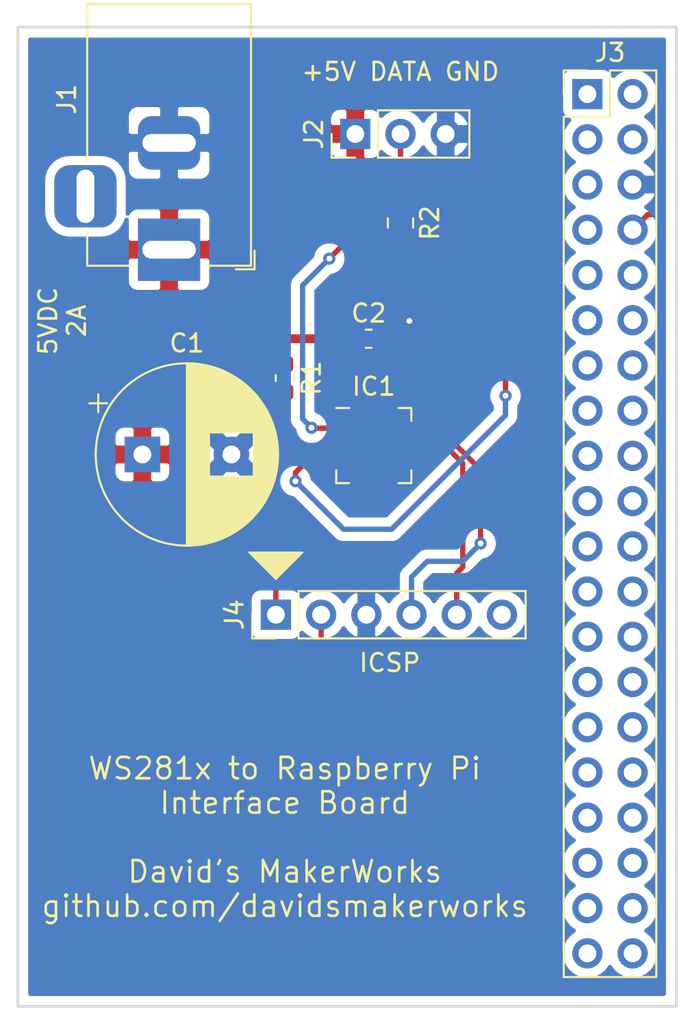
<source format=kicad_pcb>
(kicad_pcb (version 20171130) (host pcbnew "(5.1.2)-1")

  (general
    (thickness 1.6)
    (drawings 9)
    (tracks 65)
    (zones 0)
    (modules 9)
    (nets 57)
  )

  (page USLetter)
  (title_block
    (title "WS281x-Raspberry Pi Interface Board")
    (date 2019-07-02)
    (rev 1)
    (company "David Rice - David's MakerWorks")
    (comment 1 github.com/davidsmakerworks)
    (comment 2 "Interface board between Raspberry Pi and WS281x LED strip")
  )

  (layers
    (0 F.Cu signal)
    (31 B.Cu signal)
    (34 B.Paste user)
    (35 F.Paste user)
    (36 B.SilkS user)
    (37 F.SilkS user)
    (38 B.Mask user)
    (39 F.Mask user)
    (44 Edge.Cuts user)
    (45 Margin user)
    (46 B.CrtYd user)
    (47 F.CrtYd user)
  )

  (setup
    (last_trace_width 0.3)
    (user_trace_width 0.3)
    (user_trace_width 0.4)
    (user_trace_width 0.45)
    (user_trace_width 0.5)
    (user_trace_width 0.508)
    (user_trace_width 1)
    (user_trace_width 1.27)
    (user_trace_width 2.54)
    (trace_clearance 0.1524)
    (zone_clearance 0.508)
    (zone_45_only yes)
    (trace_min 0.1524)
    (via_size 0.6858)
    (via_drill 0.3302)
    (via_min_size 0.6858)
    (via_min_drill 0.3302)
    (uvia_size 0.762)
    (uvia_drill 0.508)
    (uvias_allowed no)
    (uvia_min_size 0)
    (uvia_min_drill 0)
    (edge_width 0.15)
    (segment_width 0.2)
    (pcb_text_width 0.3)
    (pcb_text_size 1.5 1.5)
    (mod_edge_width 0.15)
    (mod_text_size 1 1)
    (mod_text_width 0.15)
    (pad_size 1.524 1.524)
    (pad_drill 0.762)
    (pad_to_mask_clearance 0.2)
    (aux_axis_origin 0 0)
    (visible_elements 7FFFFFFF)
    (pcbplotparams
      (layerselection 0x00030_80000001)
      (usegerberextensions false)
      (usegerberattributes false)
      (usegerberadvancedattributes false)
      (creategerberjobfile false)
      (excludeedgelayer true)
      (linewidth 0.100000)
      (plotframeref false)
      (viasonmask false)
      (mode 1)
      (useauxorigin false)
      (hpglpennumber 1)
      (hpglpenspeed 20)
      (hpglpendiameter 15.000000)
      (psnegative false)
      (psa4output false)
      (plotreference true)
      (plotvalue true)
      (plotinvisibletext false)
      (padsonsilk false)
      (subtractmaskfromsilk false)
      (outputformat 1)
      (mirror false)
      (drillshape 1)
      (scaleselection 1)
      (outputdirectory ""))
  )

  (net 0 "")
  (net 1 +5V)
  (net 2 GND)
  (net 3 LED_DATA)
  (net 4 "Net-(IC1-Pad2)")
  (net 5 ~MCLR)
  (net 6 SERIAL_DATA)
  (net 7 "Net-(IC1-Pad5)")
  (net 8 "Net-(IC1-Pad6)")
  (net 9 "Net-(IC1-Pad7)")
  (net 10 "Net-(IC1-Pad8)")
  (net 11 "Net-(IC1-Pad9)")
  (net 12 "Net-(IC1-Pad10)")
  (net 13 ICSPCLK)
  (net 14 ICSPDAT)
  (net 15 "Net-(IC1-Pad14)")
  (net 16 "Net-(IC1-Pad15)")
  (net 17 "Net-(J2-Pad2)")
  (net 18 "Net-(J3-Pad1)")
  (net 19 "Net-(J3-Pad2)")
  (net 20 "Net-(J3-Pad3)")
  (net 21 "Net-(J3-Pad4)")
  (net 22 "Net-(J3-Pad5)")
  (net 23 "Net-(J3-Pad7)")
  (net 24 "Net-(J3-Pad9)")
  (net 25 "Net-(J3-Pad10)")
  (net 26 "Net-(J3-Pad11)")
  (net 27 "Net-(J3-Pad12)")
  (net 28 "Net-(J3-Pad13)")
  (net 29 "Net-(J3-Pad14)")
  (net 30 "Net-(J3-Pad15)")
  (net 31 "Net-(J3-Pad16)")
  (net 32 "Net-(J3-Pad17)")
  (net 33 "Net-(J3-Pad18)")
  (net 34 "Net-(J3-Pad19)")
  (net 35 "Net-(J3-Pad20)")
  (net 36 "Net-(J3-Pad21)")
  (net 37 "Net-(J3-Pad22)")
  (net 38 "Net-(J3-Pad23)")
  (net 39 "Net-(J3-Pad24)")
  (net 40 "Net-(J3-Pad25)")
  (net 41 "Net-(J3-Pad26)")
  (net 42 "Net-(J3-Pad27)")
  (net 43 "Net-(J3-Pad28)")
  (net 44 "Net-(J3-Pad29)")
  (net 45 "Net-(J3-Pad30)")
  (net 46 "Net-(J3-Pad31)")
  (net 47 "Net-(J3-Pad32)")
  (net 48 "Net-(J3-Pad33)")
  (net 49 "Net-(J3-Pad34)")
  (net 50 "Net-(J3-Pad35)")
  (net 51 "Net-(J3-Pad36)")
  (net 52 "Net-(J3-Pad37)")
  (net 53 "Net-(J3-Pad38)")
  (net 54 "Net-(J3-Pad39)")
  (net 55 "Net-(J3-Pad40)")
  (net 56 "Net-(J4-Pad6)")

  (net_class Default "This is the default net class."
    (clearance 0.1524)
    (trace_width 0.1524)
    (via_dia 0.6858)
    (via_drill 0.3302)
    (uvia_dia 0.762)
    (uvia_drill 0.508)
    (add_net +5V)
    (add_net GND)
    (add_net ICSPCLK)
    (add_net ICSPDAT)
    (add_net LED_DATA)
    (add_net "Net-(IC1-Pad10)")
    (add_net "Net-(IC1-Pad14)")
    (add_net "Net-(IC1-Pad15)")
    (add_net "Net-(IC1-Pad2)")
    (add_net "Net-(IC1-Pad5)")
    (add_net "Net-(IC1-Pad6)")
    (add_net "Net-(IC1-Pad7)")
    (add_net "Net-(IC1-Pad8)")
    (add_net "Net-(IC1-Pad9)")
    (add_net "Net-(J2-Pad2)")
    (add_net "Net-(J3-Pad1)")
    (add_net "Net-(J3-Pad10)")
    (add_net "Net-(J3-Pad11)")
    (add_net "Net-(J3-Pad12)")
    (add_net "Net-(J3-Pad13)")
    (add_net "Net-(J3-Pad14)")
    (add_net "Net-(J3-Pad15)")
    (add_net "Net-(J3-Pad16)")
    (add_net "Net-(J3-Pad17)")
    (add_net "Net-(J3-Pad18)")
    (add_net "Net-(J3-Pad19)")
    (add_net "Net-(J3-Pad2)")
    (add_net "Net-(J3-Pad20)")
    (add_net "Net-(J3-Pad21)")
    (add_net "Net-(J3-Pad22)")
    (add_net "Net-(J3-Pad23)")
    (add_net "Net-(J3-Pad24)")
    (add_net "Net-(J3-Pad25)")
    (add_net "Net-(J3-Pad26)")
    (add_net "Net-(J3-Pad27)")
    (add_net "Net-(J3-Pad28)")
    (add_net "Net-(J3-Pad29)")
    (add_net "Net-(J3-Pad3)")
    (add_net "Net-(J3-Pad30)")
    (add_net "Net-(J3-Pad31)")
    (add_net "Net-(J3-Pad32)")
    (add_net "Net-(J3-Pad33)")
    (add_net "Net-(J3-Pad34)")
    (add_net "Net-(J3-Pad35)")
    (add_net "Net-(J3-Pad36)")
    (add_net "Net-(J3-Pad37)")
    (add_net "Net-(J3-Pad38)")
    (add_net "Net-(J3-Pad39)")
    (add_net "Net-(J3-Pad4)")
    (add_net "Net-(J3-Pad40)")
    (add_net "Net-(J3-Pad5)")
    (add_net "Net-(J3-Pad7)")
    (add_net "Net-(J3-Pad9)")
    (add_net "Net-(J4-Pad6)")
    (add_net SERIAL_DATA)
    (add_net ~MCLR)
  )

  (module Capacitor_THT:CP_Radial_D10.0mm_P5.00mm (layer F.Cu) (tedit 5AE50EF1) (tstamp 5D1C351C)
    (at 122 101)
    (descr "CP, Radial series, Radial, pin pitch=5.00mm, , diameter=10mm, Electrolytic Capacitor")
    (tags "CP Radial series Radial pin pitch 5.00mm  diameter 10mm Electrolytic Capacitor")
    (path /5D1C8F54)
    (fp_text reference C1 (at 2.5 -6.25) (layer F.SilkS)
      (effects (font (size 1 1) (thickness 0.15)))
    )
    (fp_text value 470uF (at 2.5 6.25) (layer F.Fab)
      (effects (font (size 1 1) (thickness 0.15)))
    )
    (fp_circle (center 2.5 0) (end 7.5 0) (layer F.Fab) (width 0.1))
    (fp_circle (center 2.5 0) (end 7.62 0) (layer F.SilkS) (width 0.12))
    (fp_circle (center 2.5 0) (end 7.75 0) (layer F.CrtYd) (width 0.05))
    (fp_line (start -1.788861 -2.1875) (end -0.788861 -2.1875) (layer F.Fab) (width 0.1))
    (fp_line (start -1.288861 -2.6875) (end -1.288861 -1.6875) (layer F.Fab) (width 0.1))
    (fp_line (start 2.5 -5.08) (end 2.5 5.08) (layer F.SilkS) (width 0.12))
    (fp_line (start 2.54 -5.08) (end 2.54 5.08) (layer F.SilkS) (width 0.12))
    (fp_line (start 2.58 -5.08) (end 2.58 5.08) (layer F.SilkS) (width 0.12))
    (fp_line (start 2.62 -5.079) (end 2.62 5.079) (layer F.SilkS) (width 0.12))
    (fp_line (start 2.66 -5.078) (end 2.66 5.078) (layer F.SilkS) (width 0.12))
    (fp_line (start 2.7 -5.077) (end 2.7 5.077) (layer F.SilkS) (width 0.12))
    (fp_line (start 2.74 -5.075) (end 2.74 5.075) (layer F.SilkS) (width 0.12))
    (fp_line (start 2.78 -5.073) (end 2.78 5.073) (layer F.SilkS) (width 0.12))
    (fp_line (start 2.82 -5.07) (end 2.82 5.07) (layer F.SilkS) (width 0.12))
    (fp_line (start 2.86 -5.068) (end 2.86 5.068) (layer F.SilkS) (width 0.12))
    (fp_line (start 2.9 -5.065) (end 2.9 5.065) (layer F.SilkS) (width 0.12))
    (fp_line (start 2.94 -5.062) (end 2.94 5.062) (layer F.SilkS) (width 0.12))
    (fp_line (start 2.98 -5.058) (end 2.98 5.058) (layer F.SilkS) (width 0.12))
    (fp_line (start 3.02 -5.054) (end 3.02 5.054) (layer F.SilkS) (width 0.12))
    (fp_line (start 3.06 -5.05) (end 3.06 5.05) (layer F.SilkS) (width 0.12))
    (fp_line (start 3.1 -5.045) (end 3.1 5.045) (layer F.SilkS) (width 0.12))
    (fp_line (start 3.14 -5.04) (end 3.14 5.04) (layer F.SilkS) (width 0.12))
    (fp_line (start 3.18 -5.035) (end 3.18 5.035) (layer F.SilkS) (width 0.12))
    (fp_line (start 3.221 -5.03) (end 3.221 5.03) (layer F.SilkS) (width 0.12))
    (fp_line (start 3.261 -5.024) (end 3.261 5.024) (layer F.SilkS) (width 0.12))
    (fp_line (start 3.301 -5.018) (end 3.301 5.018) (layer F.SilkS) (width 0.12))
    (fp_line (start 3.341 -5.011) (end 3.341 5.011) (layer F.SilkS) (width 0.12))
    (fp_line (start 3.381 -5.004) (end 3.381 5.004) (layer F.SilkS) (width 0.12))
    (fp_line (start 3.421 -4.997) (end 3.421 4.997) (layer F.SilkS) (width 0.12))
    (fp_line (start 3.461 -4.99) (end 3.461 4.99) (layer F.SilkS) (width 0.12))
    (fp_line (start 3.501 -4.982) (end 3.501 4.982) (layer F.SilkS) (width 0.12))
    (fp_line (start 3.541 -4.974) (end 3.541 4.974) (layer F.SilkS) (width 0.12))
    (fp_line (start 3.581 -4.965) (end 3.581 4.965) (layer F.SilkS) (width 0.12))
    (fp_line (start 3.621 -4.956) (end 3.621 4.956) (layer F.SilkS) (width 0.12))
    (fp_line (start 3.661 -4.947) (end 3.661 4.947) (layer F.SilkS) (width 0.12))
    (fp_line (start 3.701 -4.938) (end 3.701 4.938) (layer F.SilkS) (width 0.12))
    (fp_line (start 3.741 -4.928) (end 3.741 4.928) (layer F.SilkS) (width 0.12))
    (fp_line (start 3.781 -4.918) (end 3.781 -1.241) (layer F.SilkS) (width 0.12))
    (fp_line (start 3.781 1.241) (end 3.781 4.918) (layer F.SilkS) (width 0.12))
    (fp_line (start 3.821 -4.907) (end 3.821 -1.241) (layer F.SilkS) (width 0.12))
    (fp_line (start 3.821 1.241) (end 3.821 4.907) (layer F.SilkS) (width 0.12))
    (fp_line (start 3.861 -4.897) (end 3.861 -1.241) (layer F.SilkS) (width 0.12))
    (fp_line (start 3.861 1.241) (end 3.861 4.897) (layer F.SilkS) (width 0.12))
    (fp_line (start 3.901 -4.885) (end 3.901 -1.241) (layer F.SilkS) (width 0.12))
    (fp_line (start 3.901 1.241) (end 3.901 4.885) (layer F.SilkS) (width 0.12))
    (fp_line (start 3.941 -4.874) (end 3.941 -1.241) (layer F.SilkS) (width 0.12))
    (fp_line (start 3.941 1.241) (end 3.941 4.874) (layer F.SilkS) (width 0.12))
    (fp_line (start 3.981 -4.862) (end 3.981 -1.241) (layer F.SilkS) (width 0.12))
    (fp_line (start 3.981 1.241) (end 3.981 4.862) (layer F.SilkS) (width 0.12))
    (fp_line (start 4.021 -4.85) (end 4.021 -1.241) (layer F.SilkS) (width 0.12))
    (fp_line (start 4.021 1.241) (end 4.021 4.85) (layer F.SilkS) (width 0.12))
    (fp_line (start 4.061 -4.837) (end 4.061 -1.241) (layer F.SilkS) (width 0.12))
    (fp_line (start 4.061 1.241) (end 4.061 4.837) (layer F.SilkS) (width 0.12))
    (fp_line (start 4.101 -4.824) (end 4.101 -1.241) (layer F.SilkS) (width 0.12))
    (fp_line (start 4.101 1.241) (end 4.101 4.824) (layer F.SilkS) (width 0.12))
    (fp_line (start 4.141 -4.811) (end 4.141 -1.241) (layer F.SilkS) (width 0.12))
    (fp_line (start 4.141 1.241) (end 4.141 4.811) (layer F.SilkS) (width 0.12))
    (fp_line (start 4.181 -4.797) (end 4.181 -1.241) (layer F.SilkS) (width 0.12))
    (fp_line (start 4.181 1.241) (end 4.181 4.797) (layer F.SilkS) (width 0.12))
    (fp_line (start 4.221 -4.783) (end 4.221 -1.241) (layer F.SilkS) (width 0.12))
    (fp_line (start 4.221 1.241) (end 4.221 4.783) (layer F.SilkS) (width 0.12))
    (fp_line (start 4.261 -4.768) (end 4.261 -1.241) (layer F.SilkS) (width 0.12))
    (fp_line (start 4.261 1.241) (end 4.261 4.768) (layer F.SilkS) (width 0.12))
    (fp_line (start 4.301 -4.754) (end 4.301 -1.241) (layer F.SilkS) (width 0.12))
    (fp_line (start 4.301 1.241) (end 4.301 4.754) (layer F.SilkS) (width 0.12))
    (fp_line (start 4.341 -4.738) (end 4.341 -1.241) (layer F.SilkS) (width 0.12))
    (fp_line (start 4.341 1.241) (end 4.341 4.738) (layer F.SilkS) (width 0.12))
    (fp_line (start 4.381 -4.723) (end 4.381 -1.241) (layer F.SilkS) (width 0.12))
    (fp_line (start 4.381 1.241) (end 4.381 4.723) (layer F.SilkS) (width 0.12))
    (fp_line (start 4.421 -4.707) (end 4.421 -1.241) (layer F.SilkS) (width 0.12))
    (fp_line (start 4.421 1.241) (end 4.421 4.707) (layer F.SilkS) (width 0.12))
    (fp_line (start 4.461 -4.69) (end 4.461 -1.241) (layer F.SilkS) (width 0.12))
    (fp_line (start 4.461 1.241) (end 4.461 4.69) (layer F.SilkS) (width 0.12))
    (fp_line (start 4.501 -4.674) (end 4.501 -1.241) (layer F.SilkS) (width 0.12))
    (fp_line (start 4.501 1.241) (end 4.501 4.674) (layer F.SilkS) (width 0.12))
    (fp_line (start 4.541 -4.657) (end 4.541 -1.241) (layer F.SilkS) (width 0.12))
    (fp_line (start 4.541 1.241) (end 4.541 4.657) (layer F.SilkS) (width 0.12))
    (fp_line (start 4.581 -4.639) (end 4.581 -1.241) (layer F.SilkS) (width 0.12))
    (fp_line (start 4.581 1.241) (end 4.581 4.639) (layer F.SilkS) (width 0.12))
    (fp_line (start 4.621 -4.621) (end 4.621 -1.241) (layer F.SilkS) (width 0.12))
    (fp_line (start 4.621 1.241) (end 4.621 4.621) (layer F.SilkS) (width 0.12))
    (fp_line (start 4.661 -4.603) (end 4.661 -1.241) (layer F.SilkS) (width 0.12))
    (fp_line (start 4.661 1.241) (end 4.661 4.603) (layer F.SilkS) (width 0.12))
    (fp_line (start 4.701 -4.584) (end 4.701 -1.241) (layer F.SilkS) (width 0.12))
    (fp_line (start 4.701 1.241) (end 4.701 4.584) (layer F.SilkS) (width 0.12))
    (fp_line (start 4.741 -4.564) (end 4.741 -1.241) (layer F.SilkS) (width 0.12))
    (fp_line (start 4.741 1.241) (end 4.741 4.564) (layer F.SilkS) (width 0.12))
    (fp_line (start 4.781 -4.545) (end 4.781 -1.241) (layer F.SilkS) (width 0.12))
    (fp_line (start 4.781 1.241) (end 4.781 4.545) (layer F.SilkS) (width 0.12))
    (fp_line (start 4.821 -4.525) (end 4.821 -1.241) (layer F.SilkS) (width 0.12))
    (fp_line (start 4.821 1.241) (end 4.821 4.525) (layer F.SilkS) (width 0.12))
    (fp_line (start 4.861 -4.504) (end 4.861 -1.241) (layer F.SilkS) (width 0.12))
    (fp_line (start 4.861 1.241) (end 4.861 4.504) (layer F.SilkS) (width 0.12))
    (fp_line (start 4.901 -4.483) (end 4.901 -1.241) (layer F.SilkS) (width 0.12))
    (fp_line (start 4.901 1.241) (end 4.901 4.483) (layer F.SilkS) (width 0.12))
    (fp_line (start 4.941 -4.462) (end 4.941 -1.241) (layer F.SilkS) (width 0.12))
    (fp_line (start 4.941 1.241) (end 4.941 4.462) (layer F.SilkS) (width 0.12))
    (fp_line (start 4.981 -4.44) (end 4.981 -1.241) (layer F.SilkS) (width 0.12))
    (fp_line (start 4.981 1.241) (end 4.981 4.44) (layer F.SilkS) (width 0.12))
    (fp_line (start 5.021 -4.417) (end 5.021 -1.241) (layer F.SilkS) (width 0.12))
    (fp_line (start 5.021 1.241) (end 5.021 4.417) (layer F.SilkS) (width 0.12))
    (fp_line (start 5.061 -4.395) (end 5.061 -1.241) (layer F.SilkS) (width 0.12))
    (fp_line (start 5.061 1.241) (end 5.061 4.395) (layer F.SilkS) (width 0.12))
    (fp_line (start 5.101 -4.371) (end 5.101 -1.241) (layer F.SilkS) (width 0.12))
    (fp_line (start 5.101 1.241) (end 5.101 4.371) (layer F.SilkS) (width 0.12))
    (fp_line (start 5.141 -4.347) (end 5.141 -1.241) (layer F.SilkS) (width 0.12))
    (fp_line (start 5.141 1.241) (end 5.141 4.347) (layer F.SilkS) (width 0.12))
    (fp_line (start 5.181 -4.323) (end 5.181 -1.241) (layer F.SilkS) (width 0.12))
    (fp_line (start 5.181 1.241) (end 5.181 4.323) (layer F.SilkS) (width 0.12))
    (fp_line (start 5.221 -4.298) (end 5.221 -1.241) (layer F.SilkS) (width 0.12))
    (fp_line (start 5.221 1.241) (end 5.221 4.298) (layer F.SilkS) (width 0.12))
    (fp_line (start 5.261 -4.273) (end 5.261 -1.241) (layer F.SilkS) (width 0.12))
    (fp_line (start 5.261 1.241) (end 5.261 4.273) (layer F.SilkS) (width 0.12))
    (fp_line (start 5.301 -4.247) (end 5.301 -1.241) (layer F.SilkS) (width 0.12))
    (fp_line (start 5.301 1.241) (end 5.301 4.247) (layer F.SilkS) (width 0.12))
    (fp_line (start 5.341 -4.221) (end 5.341 -1.241) (layer F.SilkS) (width 0.12))
    (fp_line (start 5.341 1.241) (end 5.341 4.221) (layer F.SilkS) (width 0.12))
    (fp_line (start 5.381 -4.194) (end 5.381 -1.241) (layer F.SilkS) (width 0.12))
    (fp_line (start 5.381 1.241) (end 5.381 4.194) (layer F.SilkS) (width 0.12))
    (fp_line (start 5.421 -4.166) (end 5.421 -1.241) (layer F.SilkS) (width 0.12))
    (fp_line (start 5.421 1.241) (end 5.421 4.166) (layer F.SilkS) (width 0.12))
    (fp_line (start 5.461 -4.138) (end 5.461 -1.241) (layer F.SilkS) (width 0.12))
    (fp_line (start 5.461 1.241) (end 5.461 4.138) (layer F.SilkS) (width 0.12))
    (fp_line (start 5.501 -4.11) (end 5.501 -1.241) (layer F.SilkS) (width 0.12))
    (fp_line (start 5.501 1.241) (end 5.501 4.11) (layer F.SilkS) (width 0.12))
    (fp_line (start 5.541 -4.08) (end 5.541 -1.241) (layer F.SilkS) (width 0.12))
    (fp_line (start 5.541 1.241) (end 5.541 4.08) (layer F.SilkS) (width 0.12))
    (fp_line (start 5.581 -4.05) (end 5.581 -1.241) (layer F.SilkS) (width 0.12))
    (fp_line (start 5.581 1.241) (end 5.581 4.05) (layer F.SilkS) (width 0.12))
    (fp_line (start 5.621 -4.02) (end 5.621 -1.241) (layer F.SilkS) (width 0.12))
    (fp_line (start 5.621 1.241) (end 5.621 4.02) (layer F.SilkS) (width 0.12))
    (fp_line (start 5.661 -3.989) (end 5.661 -1.241) (layer F.SilkS) (width 0.12))
    (fp_line (start 5.661 1.241) (end 5.661 3.989) (layer F.SilkS) (width 0.12))
    (fp_line (start 5.701 -3.957) (end 5.701 -1.241) (layer F.SilkS) (width 0.12))
    (fp_line (start 5.701 1.241) (end 5.701 3.957) (layer F.SilkS) (width 0.12))
    (fp_line (start 5.741 -3.925) (end 5.741 -1.241) (layer F.SilkS) (width 0.12))
    (fp_line (start 5.741 1.241) (end 5.741 3.925) (layer F.SilkS) (width 0.12))
    (fp_line (start 5.781 -3.892) (end 5.781 -1.241) (layer F.SilkS) (width 0.12))
    (fp_line (start 5.781 1.241) (end 5.781 3.892) (layer F.SilkS) (width 0.12))
    (fp_line (start 5.821 -3.858) (end 5.821 -1.241) (layer F.SilkS) (width 0.12))
    (fp_line (start 5.821 1.241) (end 5.821 3.858) (layer F.SilkS) (width 0.12))
    (fp_line (start 5.861 -3.824) (end 5.861 -1.241) (layer F.SilkS) (width 0.12))
    (fp_line (start 5.861 1.241) (end 5.861 3.824) (layer F.SilkS) (width 0.12))
    (fp_line (start 5.901 -3.789) (end 5.901 -1.241) (layer F.SilkS) (width 0.12))
    (fp_line (start 5.901 1.241) (end 5.901 3.789) (layer F.SilkS) (width 0.12))
    (fp_line (start 5.941 -3.753) (end 5.941 -1.241) (layer F.SilkS) (width 0.12))
    (fp_line (start 5.941 1.241) (end 5.941 3.753) (layer F.SilkS) (width 0.12))
    (fp_line (start 5.981 -3.716) (end 5.981 -1.241) (layer F.SilkS) (width 0.12))
    (fp_line (start 5.981 1.241) (end 5.981 3.716) (layer F.SilkS) (width 0.12))
    (fp_line (start 6.021 -3.679) (end 6.021 -1.241) (layer F.SilkS) (width 0.12))
    (fp_line (start 6.021 1.241) (end 6.021 3.679) (layer F.SilkS) (width 0.12))
    (fp_line (start 6.061 -3.64) (end 6.061 -1.241) (layer F.SilkS) (width 0.12))
    (fp_line (start 6.061 1.241) (end 6.061 3.64) (layer F.SilkS) (width 0.12))
    (fp_line (start 6.101 -3.601) (end 6.101 -1.241) (layer F.SilkS) (width 0.12))
    (fp_line (start 6.101 1.241) (end 6.101 3.601) (layer F.SilkS) (width 0.12))
    (fp_line (start 6.141 -3.561) (end 6.141 -1.241) (layer F.SilkS) (width 0.12))
    (fp_line (start 6.141 1.241) (end 6.141 3.561) (layer F.SilkS) (width 0.12))
    (fp_line (start 6.181 -3.52) (end 6.181 -1.241) (layer F.SilkS) (width 0.12))
    (fp_line (start 6.181 1.241) (end 6.181 3.52) (layer F.SilkS) (width 0.12))
    (fp_line (start 6.221 -3.478) (end 6.221 -1.241) (layer F.SilkS) (width 0.12))
    (fp_line (start 6.221 1.241) (end 6.221 3.478) (layer F.SilkS) (width 0.12))
    (fp_line (start 6.261 -3.436) (end 6.261 3.436) (layer F.SilkS) (width 0.12))
    (fp_line (start 6.301 -3.392) (end 6.301 3.392) (layer F.SilkS) (width 0.12))
    (fp_line (start 6.341 -3.347) (end 6.341 3.347) (layer F.SilkS) (width 0.12))
    (fp_line (start 6.381 -3.301) (end 6.381 3.301) (layer F.SilkS) (width 0.12))
    (fp_line (start 6.421 -3.254) (end 6.421 3.254) (layer F.SilkS) (width 0.12))
    (fp_line (start 6.461 -3.206) (end 6.461 3.206) (layer F.SilkS) (width 0.12))
    (fp_line (start 6.501 -3.156) (end 6.501 3.156) (layer F.SilkS) (width 0.12))
    (fp_line (start 6.541 -3.106) (end 6.541 3.106) (layer F.SilkS) (width 0.12))
    (fp_line (start 6.581 -3.054) (end 6.581 3.054) (layer F.SilkS) (width 0.12))
    (fp_line (start 6.621 -3) (end 6.621 3) (layer F.SilkS) (width 0.12))
    (fp_line (start 6.661 -2.945) (end 6.661 2.945) (layer F.SilkS) (width 0.12))
    (fp_line (start 6.701 -2.889) (end 6.701 2.889) (layer F.SilkS) (width 0.12))
    (fp_line (start 6.741 -2.83) (end 6.741 2.83) (layer F.SilkS) (width 0.12))
    (fp_line (start 6.781 -2.77) (end 6.781 2.77) (layer F.SilkS) (width 0.12))
    (fp_line (start 6.821 -2.709) (end 6.821 2.709) (layer F.SilkS) (width 0.12))
    (fp_line (start 6.861 -2.645) (end 6.861 2.645) (layer F.SilkS) (width 0.12))
    (fp_line (start 6.901 -2.579) (end 6.901 2.579) (layer F.SilkS) (width 0.12))
    (fp_line (start 6.941 -2.51) (end 6.941 2.51) (layer F.SilkS) (width 0.12))
    (fp_line (start 6.981 -2.439) (end 6.981 2.439) (layer F.SilkS) (width 0.12))
    (fp_line (start 7.021 -2.365) (end 7.021 2.365) (layer F.SilkS) (width 0.12))
    (fp_line (start 7.061 -2.289) (end 7.061 2.289) (layer F.SilkS) (width 0.12))
    (fp_line (start 7.101 -2.209) (end 7.101 2.209) (layer F.SilkS) (width 0.12))
    (fp_line (start 7.141 -2.125) (end 7.141 2.125) (layer F.SilkS) (width 0.12))
    (fp_line (start 7.181 -2.037) (end 7.181 2.037) (layer F.SilkS) (width 0.12))
    (fp_line (start 7.221 -1.944) (end 7.221 1.944) (layer F.SilkS) (width 0.12))
    (fp_line (start 7.261 -1.846) (end 7.261 1.846) (layer F.SilkS) (width 0.12))
    (fp_line (start 7.301 -1.742) (end 7.301 1.742) (layer F.SilkS) (width 0.12))
    (fp_line (start 7.341 -1.63) (end 7.341 1.63) (layer F.SilkS) (width 0.12))
    (fp_line (start 7.381 -1.51) (end 7.381 1.51) (layer F.SilkS) (width 0.12))
    (fp_line (start 7.421 -1.378) (end 7.421 1.378) (layer F.SilkS) (width 0.12))
    (fp_line (start 7.461 -1.23) (end 7.461 1.23) (layer F.SilkS) (width 0.12))
    (fp_line (start 7.501 -1.062) (end 7.501 1.062) (layer F.SilkS) (width 0.12))
    (fp_line (start 7.541 -0.862) (end 7.541 0.862) (layer F.SilkS) (width 0.12))
    (fp_line (start 7.581 -0.599) (end 7.581 0.599) (layer F.SilkS) (width 0.12))
    (fp_line (start -2.979646 -2.875) (end -1.979646 -2.875) (layer F.SilkS) (width 0.12))
    (fp_line (start -2.479646 -3.375) (end -2.479646 -2.375) (layer F.SilkS) (width 0.12))
    (fp_text user %R (at 2.5 0) (layer F.Fab)
      (effects (font (size 1 1) (thickness 0.15)))
    )
    (pad 1 thru_hole rect (at 0 0) (size 2 2) (drill 1) (layers *.Cu *.Mask)
      (net 1 +5V))
    (pad 2 thru_hole circle (at 5 0) (size 2 2) (drill 1) (layers *.Cu *.Mask)
      (net 2 GND))
    (model ${KISYS3DMOD}/Capacitor_THT.3dshapes/CP_Radial_D10.0mm_P5.00mm.wrl
      (at (xyz 0 0 0))
      (scale (xyz 1 1 1))
      (rotate (xyz 0 0 0))
    )
  )

  (module Capacitor_SMD:C_0603_1608Metric (layer F.Cu) (tedit 5B301BBE) (tstamp 5D1C443B)
    (at 134.7125 94.5)
    (descr "Capacitor SMD 0603 (1608 Metric), square (rectangular) end terminal, IPC_7351 nominal, (Body size source: http://www.tortai-tech.com/upload/download/2011102023233369053.pdf), generated with kicad-footprint-generator")
    (tags capacitor)
    (path /5D1C898E)
    (attr smd)
    (fp_text reference C2 (at 0 -1.43) (layer F.SilkS)
      (effects (font (size 1 1) (thickness 0.15)))
    )
    (fp_text value 0.1uF (at 0 1.43) (layer F.Fab)
      (effects (font (size 1 1) (thickness 0.15)))
    )
    (fp_line (start -0.8 0.4) (end -0.8 -0.4) (layer F.Fab) (width 0.1))
    (fp_line (start -0.8 -0.4) (end 0.8 -0.4) (layer F.Fab) (width 0.1))
    (fp_line (start 0.8 -0.4) (end 0.8 0.4) (layer F.Fab) (width 0.1))
    (fp_line (start 0.8 0.4) (end -0.8 0.4) (layer F.Fab) (width 0.1))
    (fp_line (start -0.162779 -0.51) (end 0.162779 -0.51) (layer F.SilkS) (width 0.12))
    (fp_line (start -0.162779 0.51) (end 0.162779 0.51) (layer F.SilkS) (width 0.12))
    (fp_line (start -1.48 0.73) (end -1.48 -0.73) (layer F.CrtYd) (width 0.05))
    (fp_line (start -1.48 -0.73) (end 1.48 -0.73) (layer F.CrtYd) (width 0.05))
    (fp_line (start 1.48 -0.73) (end 1.48 0.73) (layer F.CrtYd) (width 0.05))
    (fp_line (start 1.48 0.73) (end -1.48 0.73) (layer F.CrtYd) (width 0.05))
    (fp_text user %R (at 0 0) (layer F.Fab)
      (effects (font (size 0.4 0.4) (thickness 0.06)))
    )
    (pad 1 smd roundrect (at -0.7875 0) (size 0.875 0.95) (layers F.Cu F.Paste F.Mask) (roundrect_rratio 0.25)
      (net 1 +5V))
    (pad 2 smd roundrect (at 0.7875 0) (size 0.875 0.95) (layers F.Cu F.Paste F.Mask) (roundrect_rratio 0.25)
      (net 2 GND))
    (model ${KISYS3DMOD}/Capacitor_SMD.3dshapes/C_0603_1608Metric.wrl
      (at (xyz 0 0 0))
      (scale (xyz 1 1 1))
      (rotate (xyz 0 0 0))
    )
  )

  (module Package_DFN_QFN:QFN-16-1EP_4x4mm_P0.65mm_EP2.1x2.1mm (layer F.Cu) (tedit 5BA3C3DC) (tstamp 5D1C44B4)
    (at 135 100.5)
    (descr "QFN, 16 Pin (http://www.thatcorp.com/datashts/THAT_1580_Datasheet.pdf), generated with kicad-footprint-generator ipc_dfn_qfn_generator.py")
    (tags "QFN DFN_QFN")
    (path /5D1CA253)
    (attr smd)
    (fp_text reference IC1 (at 0 -3.32) (layer F.SilkS)
      (effects (font (size 1 1) (thickness 0.15)))
    )
    (fp_text value PIC16F18325-I-JQ (at 0 3.32) (layer F.Fab)
      (effects (font (size 1 1) (thickness 0.15)))
    )
    (fp_line (start 1.385 -2.11) (end 2.11 -2.11) (layer F.SilkS) (width 0.12))
    (fp_line (start 2.11 -2.11) (end 2.11 -1.385) (layer F.SilkS) (width 0.12))
    (fp_line (start -1.385 2.11) (end -2.11 2.11) (layer F.SilkS) (width 0.12))
    (fp_line (start -2.11 2.11) (end -2.11 1.385) (layer F.SilkS) (width 0.12))
    (fp_line (start 1.385 2.11) (end 2.11 2.11) (layer F.SilkS) (width 0.12))
    (fp_line (start 2.11 2.11) (end 2.11 1.385) (layer F.SilkS) (width 0.12))
    (fp_line (start -1.385 -2.11) (end -2.11 -2.11) (layer F.SilkS) (width 0.12))
    (fp_line (start -1 -2) (end 2 -2) (layer F.Fab) (width 0.1))
    (fp_line (start 2 -2) (end 2 2) (layer F.Fab) (width 0.1))
    (fp_line (start 2 2) (end -2 2) (layer F.Fab) (width 0.1))
    (fp_line (start -2 2) (end -2 -1) (layer F.Fab) (width 0.1))
    (fp_line (start -2 -1) (end -1 -2) (layer F.Fab) (width 0.1))
    (fp_line (start -2.62 -2.62) (end -2.62 2.62) (layer F.CrtYd) (width 0.05))
    (fp_line (start -2.62 2.62) (end 2.62 2.62) (layer F.CrtYd) (width 0.05))
    (fp_line (start 2.62 2.62) (end 2.62 -2.62) (layer F.CrtYd) (width 0.05))
    (fp_line (start 2.62 -2.62) (end -2.62 -2.62) (layer F.CrtYd) (width 0.05))
    (fp_text user %R (at 0 0) (layer F.Fab)
      (effects (font (size 1 1) (thickness 0.15)))
    )
    (pad 17 smd roundrect (at 0 0) (size 2.1 2.1) (layers F.Cu F.Mask) (roundrect_rratio 0.119048))
    (pad "" smd roundrect (at -0.525 -0.525) (size 0.85 0.85) (layers F.Paste) (roundrect_rratio 0.25))
    (pad "" smd roundrect (at -0.525 0.525) (size 0.85 0.85) (layers F.Paste) (roundrect_rratio 0.25))
    (pad "" smd roundrect (at 0.525 -0.525) (size 0.85 0.85) (layers F.Paste) (roundrect_rratio 0.25))
    (pad "" smd roundrect (at 0.525 0.525) (size 0.85 0.85) (layers F.Paste) (roundrect_rratio 0.25))
    (pad 1 smd roundrect (at -1.95 -0.975) (size 0.85 0.3) (layers F.Cu F.Paste F.Mask) (roundrect_rratio 0.25)
      (net 3 LED_DATA))
    (pad 2 smd roundrect (at -1.95 -0.325) (size 0.85 0.3) (layers F.Cu F.Paste F.Mask) (roundrect_rratio 0.25)
      (net 4 "Net-(IC1-Pad2)"))
    (pad 3 smd roundrect (at -1.95 0.325) (size 0.85 0.3) (layers F.Cu F.Paste F.Mask) (roundrect_rratio 0.25)
      (net 5 ~MCLR))
    (pad 4 smd roundrect (at -1.95 0.975) (size 0.85 0.3) (layers F.Cu F.Paste F.Mask) (roundrect_rratio 0.25)
      (net 6 SERIAL_DATA))
    (pad 5 smd roundrect (at -0.975 1.95) (size 0.3 0.85) (layers F.Cu F.Paste F.Mask) (roundrect_rratio 0.25)
      (net 7 "Net-(IC1-Pad5)"))
    (pad 6 smd roundrect (at -0.325 1.95) (size 0.3 0.85) (layers F.Cu F.Paste F.Mask) (roundrect_rratio 0.25)
      (net 8 "Net-(IC1-Pad6)"))
    (pad 7 smd roundrect (at 0.325 1.95) (size 0.3 0.85) (layers F.Cu F.Paste F.Mask) (roundrect_rratio 0.25)
      (net 9 "Net-(IC1-Pad7)"))
    (pad 8 smd roundrect (at 0.975 1.95) (size 0.3 0.85) (layers F.Cu F.Paste F.Mask) (roundrect_rratio 0.25)
      (net 10 "Net-(IC1-Pad8)"))
    (pad 9 smd roundrect (at 1.95 0.975) (size 0.85 0.3) (layers F.Cu F.Paste F.Mask) (roundrect_rratio 0.25)
      (net 11 "Net-(IC1-Pad9)"))
    (pad 10 smd roundrect (at 1.95 0.325) (size 0.85 0.3) (layers F.Cu F.Paste F.Mask) (roundrect_rratio 0.25)
      (net 12 "Net-(IC1-Pad10)"))
    (pad 11 smd roundrect (at 1.95 -0.325) (size 0.85 0.3) (layers F.Cu F.Paste F.Mask) (roundrect_rratio 0.25)
      (net 13 ICSPCLK))
    (pad 12 smd roundrect (at 1.95 -0.975) (size 0.85 0.3) (layers F.Cu F.Paste F.Mask) (roundrect_rratio 0.25)
      (net 14 ICSPDAT))
    (pad 13 smd roundrect (at 0.975 -1.95) (size 0.3 0.85) (layers F.Cu F.Paste F.Mask) (roundrect_rratio 0.25)
      (net 2 GND))
    (pad 14 smd roundrect (at 0.325 -1.95) (size 0.3 0.85) (layers F.Cu F.Paste F.Mask) (roundrect_rratio 0.25)
      (net 15 "Net-(IC1-Pad14)"))
    (pad 15 smd roundrect (at -0.325 -1.95) (size 0.3 0.85) (layers F.Cu F.Paste F.Mask) (roundrect_rratio 0.25)
      (net 16 "Net-(IC1-Pad15)"))
    (pad 16 smd roundrect (at -0.975 -1.95) (size 0.3 0.85) (layers F.Cu F.Paste F.Mask) (roundrect_rratio 0.25)
      (net 1 +5V))
    (model ${KISYS3DMOD}/Package_DFN_QFN.3dshapes/QFN-16-1EP_4x4mm_P0.65mm_EP2.1x2.1mm.wrl
      (at (xyz 0 0 0))
      (scale (xyz 1 1 1))
      (rotate (xyz 0 0 0))
    )
  )

  (module Connector_BarrelJack:BarrelJack_Horizontal (layer F.Cu) (tedit 5A1DBF6A) (tstamp 5D1C357A)
    (at 123.5 89.5 270)
    (descr "DC Barrel Jack")
    (tags "Power Jack")
    (path /5D1C2927)
    (fp_text reference J1 (at -8.45 5.75 90) (layer F.SilkS)
      (effects (font (size 1 1) (thickness 0.15)))
    )
    (fp_text value Barrel_Jack (at -6.2 -5.5 90) (layer F.Fab)
      (effects (font (size 1 1) (thickness 0.15)))
    )
    (fp_line (start 0 -4.5) (end -13.7 -4.5) (layer F.Fab) (width 0.1))
    (fp_line (start 0.8 4.5) (end 0.8 -3.75) (layer F.Fab) (width 0.1))
    (fp_line (start -13.7 4.5) (end 0.8 4.5) (layer F.Fab) (width 0.1))
    (fp_line (start -13.7 -4.5) (end -13.7 4.5) (layer F.Fab) (width 0.1))
    (fp_line (start -10.2 -4.5) (end -10.2 4.5) (layer F.Fab) (width 0.1))
    (fp_line (start 0.9 -4.6) (end 0.9 -2) (layer F.SilkS) (width 0.12))
    (fp_line (start -13.8 -4.6) (end 0.9 -4.6) (layer F.SilkS) (width 0.12))
    (fp_line (start 0.9 4.6) (end -1 4.6) (layer F.SilkS) (width 0.12))
    (fp_line (start 0.9 1.9) (end 0.9 4.6) (layer F.SilkS) (width 0.12))
    (fp_line (start -13.8 4.6) (end -13.8 -4.6) (layer F.SilkS) (width 0.12))
    (fp_line (start -5 4.6) (end -13.8 4.6) (layer F.SilkS) (width 0.12))
    (fp_line (start -14 4.75) (end -14 -4.75) (layer F.CrtYd) (width 0.05))
    (fp_line (start -5 4.75) (end -14 4.75) (layer F.CrtYd) (width 0.05))
    (fp_line (start -5 6.75) (end -5 4.75) (layer F.CrtYd) (width 0.05))
    (fp_line (start -1 6.75) (end -5 6.75) (layer F.CrtYd) (width 0.05))
    (fp_line (start -1 4.75) (end -1 6.75) (layer F.CrtYd) (width 0.05))
    (fp_line (start 1 4.75) (end -1 4.75) (layer F.CrtYd) (width 0.05))
    (fp_line (start 1 2) (end 1 4.75) (layer F.CrtYd) (width 0.05))
    (fp_line (start 2 2) (end 1 2) (layer F.CrtYd) (width 0.05))
    (fp_line (start 2 -2) (end 2 2) (layer F.CrtYd) (width 0.05))
    (fp_line (start 1 -2) (end 2 -2) (layer F.CrtYd) (width 0.05))
    (fp_line (start 1 -4.5) (end 1 -2) (layer F.CrtYd) (width 0.05))
    (fp_line (start 1 -4.75) (end -14 -4.75) (layer F.CrtYd) (width 0.05))
    (fp_line (start 1 -4.5) (end 1 -4.75) (layer F.CrtYd) (width 0.05))
    (fp_line (start 0.05 -4.8) (end 1.1 -4.8) (layer F.SilkS) (width 0.12))
    (fp_line (start 1.1 -3.75) (end 1.1 -4.8) (layer F.SilkS) (width 0.12))
    (fp_line (start -0.003213 -4.505425) (end 0.8 -3.75) (layer F.Fab) (width 0.1))
    (fp_text user %R (at -3 -2.95 90) (layer F.Fab)
      (effects (font (size 1 1) (thickness 0.15)))
    )
    (pad 3 thru_hole roundrect (at -3 4.7 270) (size 3.5 3.5) (drill oval 3 1) (layers *.Cu *.Mask) (roundrect_rratio 0.25))
    (pad 2 thru_hole roundrect (at -6 0 270) (size 3 3.5) (drill oval 1 3) (layers *.Cu *.Mask) (roundrect_rratio 0.25)
      (net 2 GND))
    (pad 1 thru_hole rect (at 0 0 270) (size 3.5 3.5) (drill oval 1 3) (layers *.Cu *.Mask)
      (net 1 +5V))
    (model ${KISYS3DMOD}/Connector_BarrelJack.3dshapes/BarrelJack_Horizontal.wrl
      (at (xyz 0 0 0))
      (scale (xyz 1 1 1))
      (rotate (xyz 0 0 0))
    )
  )

  (module Connector_PinHeader_2.54mm:PinHeader_1x03_P2.54mm_Vertical (layer F.Cu) (tedit 59FED5CC) (tstamp 5D1C3591)
    (at 133.96 83 90)
    (descr "Through hole straight pin header, 1x03, 2.54mm pitch, single row")
    (tags "Through hole pin header THT 1x03 2.54mm single row")
    (path /5D1C9988)
    (fp_text reference J2 (at 0 -2.33 90) (layer F.SilkS)
      (effects (font (size 1 1) (thickness 0.15)))
    )
    (fp_text value Conn_01x03_Male (at 0 7.41 90) (layer F.Fab)
      (effects (font (size 1 1) (thickness 0.15)))
    )
    (fp_line (start -0.635 -1.27) (end 1.27 -1.27) (layer F.Fab) (width 0.1))
    (fp_line (start 1.27 -1.27) (end 1.27 6.35) (layer F.Fab) (width 0.1))
    (fp_line (start 1.27 6.35) (end -1.27 6.35) (layer F.Fab) (width 0.1))
    (fp_line (start -1.27 6.35) (end -1.27 -0.635) (layer F.Fab) (width 0.1))
    (fp_line (start -1.27 -0.635) (end -0.635 -1.27) (layer F.Fab) (width 0.1))
    (fp_line (start -1.33 6.41) (end 1.33 6.41) (layer F.SilkS) (width 0.12))
    (fp_line (start -1.33 1.27) (end -1.33 6.41) (layer F.SilkS) (width 0.12))
    (fp_line (start 1.33 1.27) (end 1.33 6.41) (layer F.SilkS) (width 0.12))
    (fp_line (start -1.33 1.27) (end 1.33 1.27) (layer F.SilkS) (width 0.12))
    (fp_line (start -1.33 0) (end -1.33 -1.33) (layer F.SilkS) (width 0.12))
    (fp_line (start -1.33 -1.33) (end 0 -1.33) (layer F.SilkS) (width 0.12))
    (fp_line (start -1.8 -1.8) (end -1.8 6.85) (layer F.CrtYd) (width 0.05))
    (fp_line (start -1.8 6.85) (end 1.8 6.85) (layer F.CrtYd) (width 0.05))
    (fp_line (start 1.8 6.85) (end 1.8 -1.8) (layer F.CrtYd) (width 0.05))
    (fp_line (start 1.8 -1.8) (end -1.8 -1.8) (layer F.CrtYd) (width 0.05))
    (fp_text user %R (at 0 2.54) (layer F.Fab)
      (effects (font (size 1 1) (thickness 0.15)))
    )
    (pad 1 thru_hole rect (at 0 0 90) (size 1.7 1.7) (drill 1) (layers *.Cu *.Mask)
      (net 1 +5V))
    (pad 2 thru_hole oval (at 0 2.54 90) (size 1.7 1.7) (drill 1) (layers *.Cu *.Mask)
      (net 17 "Net-(J2-Pad2)"))
    (pad 3 thru_hole oval (at 0 5.08 90) (size 1.7 1.7) (drill 1) (layers *.Cu *.Mask)
      (net 2 GND))
    (model ${KISYS3DMOD}/Connector_PinHeader_2.54mm.3dshapes/PinHeader_1x03_P2.54mm_Vertical.wrl
      (at (xyz 0 0 0))
      (scale (xyz 1 1 1))
      (rotate (xyz 0 0 0))
    )
  )

  (module Connector_PinHeader_2.54mm:PinHeader_2x20_P2.54mm_Vertical (layer F.Cu) (tedit 59FED5CC) (tstamp 5D1C35CF)
    (at 147 80.76)
    (descr "Through hole straight pin header, 2x20, 2.54mm pitch, double rows")
    (tags "Through hole pin header THT 2x20 2.54mm double row")
    (path /5D1C313F)
    (fp_text reference J3 (at 1.27 -2.33) (layer F.SilkS)
      (effects (font (size 1 1) (thickness 0.15)))
    )
    (fp_text value Conn_02x20_Odd_Even (at 1.27 50.59) (layer F.Fab)
      (effects (font (size 1 1) (thickness 0.15)))
    )
    (fp_line (start 0 -1.27) (end 3.81 -1.27) (layer F.Fab) (width 0.1))
    (fp_line (start 3.81 -1.27) (end 3.81 49.53) (layer F.Fab) (width 0.1))
    (fp_line (start 3.81 49.53) (end -1.27 49.53) (layer F.Fab) (width 0.1))
    (fp_line (start -1.27 49.53) (end -1.27 0) (layer F.Fab) (width 0.1))
    (fp_line (start -1.27 0) (end 0 -1.27) (layer F.Fab) (width 0.1))
    (fp_line (start -1.33 49.59) (end 3.87 49.59) (layer F.SilkS) (width 0.12))
    (fp_line (start -1.33 1.27) (end -1.33 49.59) (layer F.SilkS) (width 0.12))
    (fp_line (start 3.87 -1.33) (end 3.87 49.59) (layer F.SilkS) (width 0.12))
    (fp_line (start -1.33 1.27) (end 1.27 1.27) (layer F.SilkS) (width 0.12))
    (fp_line (start 1.27 1.27) (end 1.27 -1.33) (layer F.SilkS) (width 0.12))
    (fp_line (start 1.27 -1.33) (end 3.87 -1.33) (layer F.SilkS) (width 0.12))
    (fp_line (start -1.33 0) (end -1.33 -1.33) (layer F.SilkS) (width 0.12))
    (fp_line (start -1.33 -1.33) (end 0 -1.33) (layer F.SilkS) (width 0.12))
    (fp_line (start -1.8 -1.8) (end -1.8 50.05) (layer F.CrtYd) (width 0.05))
    (fp_line (start -1.8 50.05) (end 4.35 50.05) (layer F.CrtYd) (width 0.05))
    (fp_line (start 4.35 50.05) (end 4.35 -1.8) (layer F.CrtYd) (width 0.05))
    (fp_line (start 4.35 -1.8) (end -1.8 -1.8) (layer F.CrtYd) (width 0.05))
    (fp_text user %R (at 1.27 24.13 90) (layer F.Fab)
      (effects (font (size 1 1) (thickness 0.15)))
    )
    (pad 1 thru_hole rect (at 0 0) (size 1.7 1.7) (drill 1) (layers *.Cu *.Mask)
      (net 18 "Net-(J3-Pad1)"))
    (pad 2 thru_hole oval (at 2.54 0) (size 1.7 1.7) (drill 1) (layers *.Cu *.Mask)
      (net 19 "Net-(J3-Pad2)"))
    (pad 3 thru_hole oval (at 0 2.54) (size 1.7 1.7) (drill 1) (layers *.Cu *.Mask)
      (net 20 "Net-(J3-Pad3)"))
    (pad 4 thru_hole oval (at 2.54 2.54) (size 1.7 1.7) (drill 1) (layers *.Cu *.Mask)
      (net 21 "Net-(J3-Pad4)"))
    (pad 5 thru_hole oval (at 0 5.08) (size 1.7 1.7) (drill 1) (layers *.Cu *.Mask)
      (net 22 "Net-(J3-Pad5)"))
    (pad 6 thru_hole oval (at 2.54 5.08) (size 1.7 1.7) (drill 1) (layers *.Cu *.Mask)
      (net 2 GND))
    (pad 7 thru_hole oval (at 0 7.62) (size 1.7 1.7) (drill 1) (layers *.Cu *.Mask)
      (net 23 "Net-(J3-Pad7)"))
    (pad 8 thru_hole oval (at 2.54 7.62) (size 1.7 1.7) (drill 1) (layers *.Cu *.Mask)
      (net 6 SERIAL_DATA))
    (pad 9 thru_hole oval (at 0 10.16) (size 1.7 1.7) (drill 1) (layers *.Cu *.Mask)
      (net 24 "Net-(J3-Pad9)"))
    (pad 10 thru_hole oval (at 2.54 10.16) (size 1.7 1.7) (drill 1) (layers *.Cu *.Mask)
      (net 25 "Net-(J3-Pad10)"))
    (pad 11 thru_hole oval (at 0 12.7) (size 1.7 1.7) (drill 1) (layers *.Cu *.Mask)
      (net 26 "Net-(J3-Pad11)"))
    (pad 12 thru_hole oval (at 2.54 12.7) (size 1.7 1.7) (drill 1) (layers *.Cu *.Mask)
      (net 27 "Net-(J3-Pad12)"))
    (pad 13 thru_hole oval (at 0 15.24) (size 1.7 1.7) (drill 1) (layers *.Cu *.Mask)
      (net 28 "Net-(J3-Pad13)"))
    (pad 14 thru_hole oval (at 2.54 15.24) (size 1.7 1.7) (drill 1) (layers *.Cu *.Mask)
      (net 29 "Net-(J3-Pad14)"))
    (pad 15 thru_hole oval (at 0 17.78) (size 1.7 1.7) (drill 1) (layers *.Cu *.Mask)
      (net 30 "Net-(J3-Pad15)"))
    (pad 16 thru_hole oval (at 2.54 17.78) (size 1.7 1.7) (drill 1) (layers *.Cu *.Mask)
      (net 31 "Net-(J3-Pad16)"))
    (pad 17 thru_hole oval (at 0 20.32) (size 1.7 1.7) (drill 1) (layers *.Cu *.Mask)
      (net 32 "Net-(J3-Pad17)"))
    (pad 18 thru_hole oval (at 2.54 20.32) (size 1.7 1.7) (drill 1) (layers *.Cu *.Mask)
      (net 33 "Net-(J3-Pad18)"))
    (pad 19 thru_hole oval (at 0 22.86) (size 1.7 1.7) (drill 1) (layers *.Cu *.Mask)
      (net 34 "Net-(J3-Pad19)"))
    (pad 20 thru_hole oval (at 2.54 22.86) (size 1.7 1.7) (drill 1) (layers *.Cu *.Mask)
      (net 35 "Net-(J3-Pad20)"))
    (pad 21 thru_hole oval (at 0 25.4) (size 1.7 1.7) (drill 1) (layers *.Cu *.Mask)
      (net 36 "Net-(J3-Pad21)"))
    (pad 22 thru_hole oval (at 2.54 25.4) (size 1.7 1.7) (drill 1) (layers *.Cu *.Mask)
      (net 37 "Net-(J3-Pad22)"))
    (pad 23 thru_hole oval (at 0 27.94) (size 1.7 1.7) (drill 1) (layers *.Cu *.Mask)
      (net 38 "Net-(J3-Pad23)"))
    (pad 24 thru_hole oval (at 2.54 27.94) (size 1.7 1.7) (drill 1) (layers *.Cu *.Mask)
      (net 39 "Net-(J3-Pad24)"))
    (pad 25 thru_hole oval (at 0 30.48) (size 1.7 1.7) (drill 1) (layers *.Cu *.Mask)
      (net 40 "Net-(J3-Pad25)"))
    (pad 26 thru_hole oval (at 2.54 30.48) (size 1.7 1.7) (drill 1) (layers *.Cu *.Mask)
      (net 41 "Net-(J3-Pad26)"))
    (pad 27 thru_hole oval (at 0 33.02) (size 1.7 1.7) (drill 1) (layers *.Cu *.Mask)
      (net 42 "Net-(J3-Pad27)"))
    (pad 28 thru_hole oval (at 2.54 33.02) (size 1.7 1.7) (drill 1) (layers *.Cu *.Mask)
      (net 43 "Net-(J3-Pad28)"))
    (pad 29 thru_hole oval (at 0 35.56) (size 1.7 1.7) (drill 1) (layers *.Cu *.Mask)
      (net 44 "Net-(J3-Pad29)"))
    (pad 30 thru_hole oval (at 2.54 35.56) (size 1.7 1.7) (drill 1) (layers *.Cu *.Mask)
      (net 45 "Net-(J3-Pad30)"))
    (pad 31 thru_hole oval (at 0 38.1) (size 1.7 1.7) (drill 1) (layers *.Cu *.Mask)
      (net 46 "Net-(J3-Pad31)"))
    (pad 32 thru_hole oval (at 2.54 38.1) (size 1.7 1.7) (drill 1) (layers *.Cu *.Mask)
      (net 47 "Net-(J3-Pad32)"))
    (pad 33 thru_hole oval (at 0 40.64) (size 1.7 1.7) (drill 1) (layers *.Cu *.Mask)
      (net 48 "Net-(J3-Pad33)"))
    (pad 34 thru_hole oval (at 2.54 40.64) (size 1.7 1.7) (drill 1) (layers *.Cu *.Mask)
      (net 49 "Net-(J3-Pad34)"))
    (pad 35 thru_hole oval (at 0 43.18) (size 1.7 1.7) (drill 1) (layers *.Cu *.Mask)
      (net 50 "Net-(J3-Pad35)"))
    (pad 36 thru_hole oval (at 2.54 43.18) (size 1.7 1.7) (drill 1) (layers *.Cu *.Mask)
      (net 51 "Net-(J3-Pad36)"))
    (pad 37 thru_hole oval (at 0 45.72) (size 1.7 1.7) (drill 1) (layers *.Cu *.Mask)
      (net 52 "Net-(J3-Pad37)"))
    (pad 38 thru_hole oval (at 2.54 45.72) (size 1.7 1.7) (drill 1) (layers *.Cu *.Mask)
      (net 53 "Net-(J3-Pad38)"))
    (pad 39 thru_hole oval (at 0 48.26) (size 1.7 1.7) (drill 1) (layers *.Cu *.Mask)
      (net 54 "Net-(J3-Pad39)"))
    (pad 40 thru_hole oval (at 2.54 48.26) (size 1.7 1.7) (drill 1) (layers *.Cu *.Mask)
      (net 55 "Net-(J3-Pad40)"))
    (model ${KISYS3DMOD}/Connector_PinHeader_2.54mm.3dshapes/PinHeader_2x20_P2.54mm_Vertical.wrl
      (at (xyz 0 0 0))
      (scale (xyz 1 1 1))
      (rotate (xyz 0 0 0))
    )
  )

  (module Connector_PinHeader_2.54mm:PinHeader_1x06_P2.54mm_Vertical (layer F.Cu) (tedit 59FED5CC) (tstamp 5D1C43F9)
    (at 129.5 110 90)
    (descr "Through hole straight pin header, 1x06, 2.54mm pitch, single row")
    (tags "Through hole pin header THT 1x06 2.54mm single row")
    (path /5D1D72CA)
    (fp_text reference J4 (at 0 -2.33 90) (layer F.SilkS)
      (effects (font (size 1 1) (thickness 0.15)))
    )
    (fp_text value Conn_01x06_Male (at 0 15.03 90) (layer F.Fab)
      (effects (font (size 1 1) (thickness 0.15)))
    )
    (fp_line (start -0.635 -1.27) (end 1.27 -1.27) (layer F.Fab) (width 0.1))
    (fp_line (start 1.27 -1.27) (end 1.27 13.97) (layer F.Fab) (width 0.1))
    (fp_line (start 1.27 13.97) (end -1.27 13.97) (layer F.Fab) (width 0.1))
    (fp_line (start -1.27 13.97) (end -1.27 -0.635) (layer F.Fab) (width 0.1))
    (fp_line (start -1.27 -0.635) (end -0.635 -1.27) (layer F.Fab) (width 0.1))
    (fp_line (start -1.33 14.03) (end 1.33 14.03) (layer F.SilkS) (width 0.12))
    (fp_line (start -1.33 1.27) (end -1.33 14.03) (layer F.SilkS) (width 0.12))
    (fp_line (start 1.33 1.27) (end 1.33 14.03) (layer F.SilkS) (width 0.12))
    (fp_line (start -1.33 1.27) (end 1.33 1.27) (layer F.SilkS) (width 0.12))
    (fp_line (start -1.33 0) (end -1.33 -1.33) (layer F.SilkS) (width 0.12))
    (fp_line (start -1.33 -1.33) (end 0 -1.33) (layer F.SilkS) (width 0.12))
    (fp_line (start -1.8 -1.8) (end -1.8 14.5) (layer F.CrtYd) (width 0.05))
    (fp_line (start -1.8 14.5) (end 1.8 14.5) (layer F.CrtYd) (width 0.05))
    (fp_line (start 1.8 14.5) (end 1.8 -1.8) (layer F.CrtYd) (width 0.05))
    (fp_line (start 1.8 -1.8) (end -1.8 -1.8) (layer F.CrtYd) (width 0.05))
    (fp_text user %R (at 0 6.35) (layer F.Fab)
      (effects (font (size 1 1) (thickness 0.15)))
    )
    (pad 1 thru_hole rect (at 0 0 90) (size 1.7 1.7) (drill 1) (layers *.Cu *.Mask)
      (net 5 ~MCLR))
    (pad 2 thru_hole oval (at 0 2.54 90) (size 1.7 1.7) (drill 1) (layers *.Cu *.Mask)
      (net 1 +5V))
    (pad 3 thru_hole oval (at 0 5.08 90) (size 1.7 1.7) (drill 1) (layers *.Cu *.Mask)
      (net 2 GND))
    (pad 4 thru_hole oval (at 0 7.62 90) (size 1.7 1.7) (drill 1) (layers *.Cu *.Mask)
      (net 14 ICSPDAT))
    (pad 5 thru_hole oval (at 0 10.16 90) (size 1.7 1.7) (drill 1) (layers *.Cu *.Mask)
      (net 13 ICSPCLK))
    (pad 6 thru_hole oval (at 0 12.7 90) (size 1.7 1.7) (drill 1) (layers *.Cu *.Mask)
      (net 56 "Net-(J4-Pad6)"))
    (model ${KISYS3DMOD}/Connector_PinHeader_2.54mm.3dshapes/PinHeader_1x06_P2.54mm_Vertical.wrl
      (at (xyz 0 0 0))
      (scale (xyz 1 1 1))
      (rotate (xyz 0 0 0))
    )
  )

  (module Resistor_SMD:R_0603_1608Metric (layer F.Cu) (tedit 5B301BBD) (tstamp 5D1C446B)
    (at 130 96.7125 90)
    (descr "Resistor SMD 0603 (1608 Metric), square (rectangular) end terminal, IPC_7351 nominal, (Body size source: http://www.tortai-tech.com/upload/download/2011102023233369053.pdf), generated with kicad-footprint-generator")
    (tags resistor)
    (path /5D1C805A)
    (attr smd)
    (fp_text reference R1 (at 0 1.5 90) (layer F.SilkS)
      (effects (font (size 1 1) (thickness 0.15)))
    )
    (fp_text value 10K (at 0 1.43 90) (layer F.Fab)
      (effects (font (size 1 1) (thickness 0.15)))
    )
    (fp_line (start -0.8 0.4) (end -0.8 -0.4) (layer F.Fab) (width 0.1))
    (fp_line (start -0.8 -0.4) (end 0.8 -0.4) (layer F.Fab) (width 0.1))
    (fp_line (start 0.8 -0.4) (end 0.8 0.4) (layer F.Fab) (width 0.1))
    (fp_line (start 0.8 0.4) (end -0.8 0.4) (layer F.Fab) (width 0.1))
    (fp_line (start -0.162779 -0.51) (end 0.162779 -0.51) (layer F.SilkS) (width 0.12))
    (fp_line (start -0.162779 0.51) (end 0.162779 0.51) (layer F.SilkS) (width 0.12))
    (fp_line (start -1.48 0.73) (end -1.48 -0.73) (layer F.CrtYd) (width 0.05))
    (fp_line (start -1.48 -0.73) (end 1.48 -0.73) (layer F.CrtYd) (width 0.05))
    (fp_line (start 1.48 -0.73) (end 1.48 0.73) (layer F.CrtYd) (width 0.05))
    (fp_line (start 1.48 0.73) (end -1.48 0.73) (layer F.CrtYd) (width 0.05))
    (fp_text user %R (at 0 0 90) (layer F.Fab)
      (effects (font (size 0.4 0.4) (thickness 0.06)))
    )
    (pad 1 smd roundrect (at -0.7875 0 90) (size 0.875 0.95) (layers F.Cu F.Paste F.Mask) (roundrect_rratio 0.25)
      (net 5 ~MCLR))
    (pad 2 smd roundrect (at 0.7875 0 90) (size 0.875 0.95) (layers F.Cu F.Paste F.Mask) (roundrect_rratio 0.25)
      (net 1 +5V))
    (model ${KISYS3DMOD}/Resistor_SMD.3dshapes/R_0603_1608Metric.wrl
      (at (xyz 0 0 0))
      (scale (xyz 1 1 1))
      (rotate (xyz 0 0 0))
    )
  )

  (module Resistor_SMD:R_0805_2012Metric (layer F.Cu) (tedit 5B36C52B) (tstamp 5D1C360B)
    (at 136.5 88 270)
    (descr "Resistor SMD 0805 (2012 Metric), square (rectangular) end terminal, IPC_7351 nominal, (Body size source: https://docs.google.com/spreadsheets/d/1BsfQQcO9C6DZCsRaXUlFlo91Tg2WpOkGARC1WS5S8t0/edit?usp=sharing), generated with kicad-footprint-generator")
    (tags resistor)
    (path /5D1C86CE)
    (attr smd)
    (fp_text reference R2 (at 0 -1.65 90) (layer F.SilkS)
      (effects (font (size 1 1) (thickness 0.15)))
    )
    (fp_text value 22 (at 0 1.65 90) (layer F.Fab)
      (effects (font (size 1 1) (thickness 0.15)))
    )
    (fp_line (start -1 0.6) (end -1 -0.6) (layer F.Fab) (width 0.1))
    (fp_line (start -1 -0.6) (end 1 -0.6) (layer F.Fab) (width 0.1))
    (fp_line (start 1 -0.6) (end 1 0.6) (layer F.Fab) (width 0.1))
    (fp_line (start 1 0.6) (end -1 0.6) (layer F.Fab) (width 0.1))
    (fp_line (start -0.258578 -0.71) (end 0.258578 -0.71) (layer F.SilkS) (width 0.12))
    (fp_line (start -0.258578 0.71) (end 0.258578 0.71) (layer F.SilkS) (width 0.12))
    (fp_line (start -1.68 0.95) (end -1.68 -0.95) (layer F.CrtYd) (width 0.05))
    (fp_line (start -1.68 -0.95) (end 1.68 -0.95) (layer F.CrtYd) (width 0.05))
    (fp_line (start 1.68 -0.95) (end 1.68 0.95) (layer F.CrtYd) (width 0.05))
    (fp_line (start 1.68 0.95) (end -1.68 0.95) (layer F.CrtYd) (width 0.05))
    (fp_text user %R (at 0 0 90) (layer F.Fab)
      (effects (font (size 0.5 0.5) (thickness 0.08)))
    )
    (pad 1 smd roundrect (at -0.9375 0 270) (size 0.975 1.4) (layers F.Cu F.Paste F.Mask) (roundrect_rratio 0.25)
      (net 17 "Net-(J2-Pad2)"))
    (pad 2 smd roundrect (at 0.9375 0 270) (size 0.975 1.4) (layers F.Cu F.Paste F.Mask) (roundrect_rratio 0.25)
      (net 3 LED_DATA))
    (model ${KISYS3DMOD}/Resistor_SMD.3dshapes/R_0805_2012Metric.wrl
      (at (xyz 0 0 0))
      (scale (xyz 1 1 1))
      (rotate (xyz 0 0 0))
    )
  )

  (gr_text "+5V DATA GND" (at 136.5 79.5) (layer F.SilkS)
    (effects (font (size 1 1) (thickness 0.15)))
  )
  (gr_text "5VDC\n2A" (at 117.5 93.5 90) (layer F.SilkS)
    (effects (font (size 1 1) (thickness 0.15)))
  )
  (gr_text "WS281x to Raspberry Pi\nInterface Board\n\nDavid's MakerWorks\ngithub.com/davidsmakerworks" (at 130 122.5) (layer F.SilkS)
    (effects (font (size 1.2 1.2) (thickness 0.15)))
  )
  (gr_poly (pts (xy 128 106.5) (xy 129.5 108) (xy 131 106.5)) (layer F.SilkS) (width 0.1))
  (gr_text ICSP (at 135.9 112.7) (layer F.SilkS)
    (effects (font (size 1 1) (thickness 0.15)))
  )
  (gr_line (start 115 132) (end 152 132) (layer Edge.Cuts) (width 0.15) (tstamp 5D1C4A78))
  (gr_line (start 115 77) (end 115 132) (layer Edge.Cuts) (width 0.15))
  (gr_line (start 152 77) (end 115 77) (layer Edge.Cuts) (width 0.15))
  (gr_line (start 152 132) (end 152 77) (layer Edge.Cuts) (width 0.15))

  (segment (start 133.925 94.5) (end 130 94.5) (width 0.5) (layer F.Cu) (net 1))
  (segment (start 130 94.5) (end 127.5 92) (width 0.5) (layer F.Cu) (net 1))
  (segment (start 134.025 98.55) (end 134.025 96.525) (width 0.3) (layer F.Cu) (net 1))
  (segment (start 133.925 96.425) (end 133.925 94.5) (width 0.3) (layer F.Cu) (net 1))
  (segment (start 134.025 96.525) (end 133.925 96.425) (width 0.3) (layer F.Cu) (net 1))
  (segment (start 132.04 112.46) (end 132.04 110) (width 0.3) (layer F.Cu) (net 1))
  (segment (start 122 104.744322) (end 126 108.744322) (width 0.3) (layer F.Cu) (net 1))
  (segment (start 122 101) (end 122 104.744322) (width 0.3) (layer F.Cu) (net 1))
  (segment (start 126 108.744322) (end 126 111.5) (width 0.3) (layer F.Cu) (net 1))
  (segment (start 126 111.5) (end 128 113.5) (width 0.3) (layer F.Cu) (net 1))
  (segment (start 128 113.5) (end 131 113.5) (width 0.3) (layer F.Cu) (net 1))
  (segment (start 131 113.5) (end 132.04 112.46) (width 0.3) (layer F.Cu) (net 1))
  (segment (start 130 95.925) (end 130 94.5) (width 0.5) (layer F.Cu) (net 1))
  (segment (start 135.975 98.55) (end 135.975 96.525) (width 0.3) (layer F.Cu) (net 2))
  (segment (start 135.975 96.525) (end 135.5 96.05) (width 0.3) (layer F.Cu) (net 2))
  (segment (start 135.5 96.05) (end 135.5 94.5) (width 0.3) (layer F.Cu) (net 2))
  (via (at 137 93.5) (size 0.6858) (drill 0.3302) (layers F.Cu B.Cu) (net 2))
  (segment (start 135.5 94.5) (end 136 94.5) (width 0.5) (layer F.Cu) (net 2))
  (segment (start 136 94.5) (end 137 93.5) (width 0.5) (layer F.Cu) (net 2))
  (via (at 131.5 99.5) (size 0.6858) (drill 0.3302) (layers F.Cu B.Cu) (net 3))
  (segment (start 133.05 99.525) (end 131.525 99.525) (width 0.3) (layer F.Cu) (net 3))
  (segment (start 131.525 99.525) (end 131.5 99.5) (width 0.3) (layer F.Cu) (net 3))
  (segment (start 131.5 99.5) (end 131 99) (width 0.3) (layer B.Cu) (net 3))
  (segment (start 131 99) (end 131 91.5) (width 0.3) (layer B.Cu) (net 3))
  (via (at 132.5 90) (size 0.6858) (drill 0.3302) (layers F.Cu B.Cu) (net 3))
  (segment (start 131 91.5) (end 132.5 90) (width 0.3) (layer B.Cu) (net 3))
  (segment (start 133.5625 88.9375) (end 136.5 88.9375) (width 0.3) (layer F.Cu) (net 3))
  (segment (start 132.5 90) (end 133.5625 88.9375) (width 0.3) (layer F.Cu) (net 3))
  (segment (start 130 99.5) (end 130 97.5) (width 0.3) (layer F.Cu) (net 5))
  (segment (start 129.5 100) (end 130 99.5) (width 0.3) (layer F.Cu) (net 5))
  (segment (start 129.675 100.825) (end 133.05 100.825) (width 0.3) (layer F.Cu) (net 5))
  (segment (start 129.5 101) (end 129.675 100.825) (width 0.3) (layer F.Cu) (net 5))
  (segment (start 129.5 101) (end 129.5 100) (width 0.3) (layer F.Cu) (net 5))
  (segment (start 129.5 110) (end 129.5 101) (width 0.3) (layer F.Cu) (net 5))
  (via (at 142.4 97.7) (size 0.6858) (drill 0.3302) (layers F.Cu B.Cu) (net 6))
  (segment (start 142.4 97.7) (end 142.4 98.8) (width 0.3) (layer B.Cu) (net 6))
  (segment (start 142.4 98.8) (end 136 105.2) (width 0.3) (layer B.Cu) (net 6))
  (via (at 130.6 102.5) (size 0.6858) (drill 0.3302) (layers F.Cu B.Cu) (net 6))
  (segment (start 136 105.2) (end 133.3 105.2) (width 0.3) (layer B.Cu) (net 6))
  (segment (start 133.3 105.2) (end 130.6 102.5) (width 0.3) (layer B.Cu) (net 6))
  (segment (start 131.140067 101.475) (end 133.05 101.475) (width 0.3) (layer F.Cu) (net 6))
  (segment (start 130.6 102.5) (end 130.6 102.015067) (width 0.3) (layer F.Cu) (net 6))
  (segment (start 130.6 102.015067) (end 131.140067 101.475) (width 0.3) (layer F.Cu) (net 6))
  (segment (start 150.8 78.3) (end 144.8 78.3) (width 0.3) (layer F.Cu) (net 6))
  (segment (start 144.8 78.3) (end 142.4 80.7) (width 0.3) (layer F.Cu) (net 6))
  (segment (start 142.4 80.7) (end 142.4 97.7) (width 0.3) (layer F.Cu) (net 6))
  (segment (start 150.389999 87.530001) (end 150.769999 87.530001) (width 0.3) (layer F.Cu) (net 6))
  (segment (start 149.54 88.38) (end 150.389999 87.530001) (width 0.3) (layer F.Cu) (net 6))
  (segment (start 150.769999 87.530001) (end 151 87.3) (width 0.3) (layer F.Cu) (net 6))
  (segment (start 151 78.5) (end 150.8 78.3) (width 0.3) (layer F.Cu) (net 6))
  (segment (start 151 87.3) (end 151 78.5) (width 0.3) (layer F.Cu) (net 6))
  (segment (start 139.66 110) (end 139.66 107.66) (width 0.3) (layer F.Cu) (net 13))
  (segment (start 139.66 107.66) (end 140 107.32) (width 0.3) (layer F.Cu) (net 13))
  (segment (start 140 107.32) (end 140 101.5) (width 0.3) (layer F.Cu) (net 13))
  (segment (start 138.675 100.175) (end 136.95 100.175) (width 0.3) (layer F.Cu) (net 13))
  (segment (start 140 101.5) (end 138.675 100.175) (width 0.3) (layer F.Cu) (net 13))
  (via (at 141 106) (size 0.6858) (drill 0.3302) (layers F.Cu B.Cu) (net 14))
  (segment (start 141 101.860196) (end 141 106) (width 0.3) (layer F.Cu) (net 14))
  (segment (start 136.95 99.525) (end 138.664804 99.525) (width 0.3) (layer F.Cu) (net 14))
  (segment (start 138.664804 99.525) (end 141 101.860196) (width 0.3) (layer F.Cu) (net 14))
  (segment (start 137.12 110) (end 137.12 107.88) (width 0.3) (layer B.Cu) (net 14))
  (segment (start 137.12 107.88) (end 138 107) (width 0.3) (layer B.Cu) (net 14))
  (segment (start 140 107) (end 141 106) (width 0.3) (layer B.Cu) (net 14))
  (segment (start 138 107) (end 140 107) (width 0.3) (layer B.Cu) (net 14))
  (segment (start 136.5 87.0625) (end 136.5 83) (width 0.3) (layer F.Cu) (net 17))

  (zone (net 2) (net_name GND) (layer B.Cu) (tstamp 0) (hatch edge 0.508)
    (connect_pads (clearance 0.508))
    (min_thickness 0.254)
    (fill yes (arc_segments 32) (thermal_gap 0.508) (thermal_bridge_width 1))
    (polygon
      (pts
        (xy 114 76) (xy 153 76) (xy 153 133) (xy 114 133)
      )
    )
    (filled_polygon
      (pts
        (xy 151.29 131.29) (xy 115.71 131.29) (xy 115.71 109.15) (xy 128.011928 109.15) (xy 128.011928 110.85)
        (xy 128.024188 110.974482) (xy 128.060498 111.09418) (xy 128.119463 111.204494) (xy 128.198815 111.301185) (xy 128.295506 111.380537)
        (xy 128.40582 111.439502) (xy 128.525518 111.475812) (xy 128.65 111.488072) (xy 130.35 111.488072) (xy 130.474482 111.475812)
        (xy 130.59418 111.439502) (xy 130.704494 111.380537) (xy 130.801185 111.301185) (xy 130.880537 111.204494) (xy 130.939502 111.09418)
        (xy 130.960393 111.025313) (xy 130.984866 111.055134) (xy 131.210986 111.240706) (xy 131.468966 111.378599) (xy 131.748889 111.463513)
        (xy 131.96705 111.485) (xy 132.11295 111.485) (xy 132.331111 111.463513) (xy 132.611034 111.378599) (xy 132.869014 111.240706)
        (xy 133.095134 111.055134) (xy 133.280706 110.829014) (xy 133.31472 110.765379) (xy 133.360539 110.847457) (xy 133.549301 111.069078)
        (xy 133.777672 111.249615) (xy 133.986735 111.361345) (xy 134.207 111.272718) (xy 134.207 110.373) (xy 134.187 110.373)
        (xy 134.187 109.627) (xy 134.207 109.627) (xy 134.207 108.727282) (xy 134.953 108.727282) (xy 134.953 109.627)
        (xy 134.973 109.627) (xy 134.973 110.373) (xy 134.953 110.373) (xy 134.953 111.272718) (xy 135.173265 111.361345)
        (xy 135.382328 111.249615) (xy 135.610699 111.069078) (xy 135.799461 110.847457) (xy 135.84528 110.765379) (xy 135.879294 110.829014)
        (xy 136.064866 111.055134) (xy 136.290986 111.240706) (xy 136.548966 111.378599) (xy 136.828889 111.463513) (xy 137.04705 111.485)
        (xy 137.19295 111.485) (xy 137.411111 111.463513) (xy 137.691034 111.378599) (xy 137.949014 111.240706) (xy 138.175134 111.055134)
        (xy 138.360706 110.829014) (xy 138.39 110.774209) (xy 138.419294 110.829014) (xy 138.604866 111.055134) (xy 138.830986 111.240706)
        (xy 139.088966 111.378599) (xy 139.368889 111.463513) (xy 139.58705 111.485) (xy 139.73295 111.485) (xy 139.951111 111.463513)
        (xy 140.231034 111.378599) (xy 140.489014 111.240706) (xy 140.715134 111.055134) (xy 140.900706 110.829014) (xy 140.93 110.774209)
        (xy 140.959294 110.829014) (xy 141.144866 111.055134) (xy 141.370986 111.240706) (xy 141.628966 111.378599) (xy 141.908889 111.463513)
        (xy 142.12705 111.485) (xy 142.27295 111.485) (xy 142.491111 111.463513) (xy 142.771034 111.378599) (xy 143.029014 111.240706)
        (xy 143.255134 111.055134) (xy 143.440706 110.829014) (xy 143.578599 110.571034) (xy 143.663513 110.291111) (xy 143.692185 110)
        (xy 143.663513 109.708889) (xy 143.578599 109.428966) (xy 143.440706 109.170986) (xy 143.255134 108.944866) (xy 143.029014 108.759294)
        (xy 142.771034 108.621401) (xy 142.491111 108.536487) (xy 142.27295 108.515) (xy 142.12705 108.515) (xy 141.908889 108.536487)
        (xy 141.628966 108.621401) (xy 141.370986 108.759294) (xy 141.144866 108.944866) (xy 140.959294 109.170986) (xy 140.93 109.225791)
        (xy 140.900706 109.170986) (xy 140.715134 108.944866) (xy 140.489014 108.759294) (xy 140.231034 108.621401) (xy 139.951111 108.536487)
        (xy 139.73295 108.515) (xy 139.58705 108.515) (xy 139.368889 108.536487) (xy 139.088966 108.621401) (xy 138.830986 108.759294)
        (xy 138.604866 108.944866) (xy 138.419294 109.170986) (xy 138.39 109.225791) (xy 138.360706 109.170986) (xy 138.175134 108.944866)
        (xy 137.949014 108.759294) (xy 137.905 108.735768) (xy 137.905 108.205157) (xy 138.325158 107.785) (xy 139.961447 107.785)
        (xy 140 107.788797) (xy 140.038553 107.785) (xy 140.038561 107.785) (xy 140.153887 107.773641) (xy 140.30186 107.728754)
        (xy 140.438233 107.655862) (xy 140.557764 107.557764) (xy 140.582347 107.52781) (xy 141.141181 106.968976) (xy 141.285243 106.94032)
        (xy 141.46321 106.866604) (xy 141.623375 106.759585) (xy 141.759585 106.623375) (xy 141.866604 106.46321) (xy 141.94032 106.285243)
        (xy 141.9779 106.096315) (xy 141.9779 105.903685) (xy 141.94032 105.714757) (xy 141.866604 105.53679) (xy 141.759585 105.376625)
        (xy 141.623375 105.240415) (xy 141.46321 105.133396) (xy 141.285243 105.05968) (xy 141.096315 105.0221) (xy 140.903685 105.0221)
        (xy 140.714757 105.05968) (xy 140.53679 105.133396) (xy 140.376625 105.240415) (xy 140.240415 105.376625) (xy 140.133396 105.53679)
        (xy 140.05968 105.714757) (xy 140.031024 105.858819) (xy 139.674843 106.215) (xy 138.038555 106.215) (xy 138 106.211203)
        (xy 137.961444 106.215) (xy 137.961439 106.215) (xy 137.921026 106.21898) (xy 137.846113 106.226358) (xy 137.69814 106.271246)
        (xy 137.561767 106.344138) (xy 137.501559 106.39355) (xy 137.472187 106.417655) (xy 137.472184 106.417658) (xy 137.442236 106.442236)
        (xy 137.417657 106.472185) (xy 136.592185 107.297658) (xy 136.562237 107.322236) (xy 136.537659 107.352184) (xy 136.537655 107.352188)
        (xy 136.50469 107.392356) (xy 136.464139 107.441767) (xy 136.454771 107.459294) (xy 136.391246 107.578141) (xy 136.346359 107.726114)
        (xy 136.331203 107.88) (xy 136.335001 107.918563) (xy 136.335001 108.735768) (xy 136.290986 108.759294) (xy 136.064866 108.944866)
        (xy 135.879294 109.170986) (xy 135.84528 109.234621) (xy 135.799461 109.152543) (xy 135.610699 108.930922) (xy 135.382328 108.750385)
        (xy 135.173265 108.638655) (xy 134.953 108.727282) (xy 134.207 108.727282) (xy 133.986735 108.638655) (xy 133.777672 108.750385)
        (xy 133.549301 108.930922) (xy 133.360539 109.152543) (xy 133.31472 109.234621) (xy 133.280706 109.170986) (xy 133.095134 108.944866)
        (xy 132.869014 108.759294) (xy 132.611034 108.621401) (xy 132.331111 108.536487) (xy 132.11295 108.515) (xy 131.96705 108.515)
        (xy 131.748889 108.536487) (xy 131.468966 108.621401) (xy 131.210986 108.759294) (xy 130.984866 108.944866) (xy 130.960393 108.974687)
        (xy 130.939502 108.90582) (xy 130.880537 108.795506) (xy 130.801185 108.698815) (xy 130.704494 108.619463) (xy 130.59418 108.560498)
        (xy 130.474482 108.524188) (xy 130.35 108.511928) (xy 128.65 108.511928) (xy 128.525518 108.524188) (xy 128.40582 108.560498)
        (xy 128.295506 108.619463) (xy 128.198815 108.698815) (xy 128.119463 108.795506) (xy 128.060498 108.90582) (xy 128.024188 109.025518)
        (xy 128.011928 109.15) (xy 115.71 109.15) (xy 115.71 100) (xy 120.361928 100) (xy 120.361928 102)
        (xy 120.374188 102.124482) (xy 120.410498 102.24418) (xy 120.469463 102.354494) (xy 120.548815 102.451185) (xy 120.645506 102.530537)
        (xy 120.75582 102.589502) (xy 120.875518 102.625812) (xy 121 102.638072) (xy 123 102.638072) (xy 123.124482 102.625812)
        (xy 123.24418 102.589502) (xy 123.354494 102.530537) (xy 123.451185 102.451185) (xy 123.530537 102.354494) (xy 123.570608 102.279527)
        (xy 126.247974 102.279527) (xy 126.361302 102.513678) (xy 126.668877 102.609197) (xy 126.989178 102.642875) (xy 127.309895 102.613418)
        (xy 127.618703 102.52196) (xy 127.638698 102.513678) (xy 127.691934 102.403685) (xy 129.6221 102.403685) (xy 129.6221 102.596315)
        (xy 129.65968 102.785243) (xy 129.733396 102.96321) (xy 129.840415 103.123375) (xy 129.976625 103.259585) (xy 130.13679 103.366604)
        (xy 130.314757 103.44032) (xy 130.458819 103.468976) (xy 132.717653 105.72781) (xy 132.742236 105.757764) (xy 132.861767 105.855862)
        (xy 132.99814 105.928754) (xy 133.146113 105.973642) (xy 133.221026 105.98102) (xy 133.261439 105.985) (xy 133.261444 105.985)
        (xy 133.3 105.988797) (xy 133.338556 105.985) (xy 135.961447 105.985) (xy 136 105.988797) (xy 136.038553 105.985)
        (xy 136.038561 105.985) (xy 136.153887 105.973641) (xy 136.30186 105.928754) (xy 136.438233 105.855862) (xy 136.557764 105.757764)
        (xy 136.582347 105.72781) (xy 142.92781 99.382347) (xy 142.957764 99.357764) (xy 143.055862 99.238233) (xy 143.128754 99.10186)
        (xy 143.140916 99.061767) (xy 143.173642 98.953887) (xy 143.184256 98.846114) (xy 143.185 98.838561) (xy 143.185 98.838556)
        (xy 143.188797 98.8) (xy 143.185 98.761444) (xy 143.185 98.285339) (xy 143.266604 98.16321) (xy 143.34032 97.985243)
        (xy 143.3779 97.796315) (xy 143.3779 97.603685) (xy 143.34032 97.414757) (xy 143.266604 97.23679) (xy 143.159585 97.076625)
        (xy 143.023375 96.940415) (xy 142.86321 96.833396) (xy 142.685243 96.75968) (xy 142.496315 96.7221) (xy 142.303685 96.7221)
        (xy 142.114757 96.75968) (xy 141.93679 96.833396) (xy 141.776625 96.940415) (xy 141.640415 97.076625) (xy 141.533396 97.23679)
        (xy 141.45968 97.414757) (xy 141.4221 97.603685) (xy 141.4221 97.796315) (xy 141.45968 97.985243) (xy 141.533396 98.16321)
        (xy 141.615001 98.28534) (xy 141.615001 98.474842) (xy 135.674843 104.415) (xy 133.625157 104.415) (xy 131.568976 102.358819)
        (xy 131.54032 102.214757) (xy 131.466604 102.03679) (xy 131.359585 101.876625) (xy 131.223375 101.740415) (xy 131.06321 101.633396)
        (xy 130.885243 101.55968) (xy 130.696315 101.5221) (xy 130.503685 101.5221) (xy 130.314757 101.55968) (xy 130.13679 101.633396)
        (xy 129.976625 101.740415) (xy 129.840415 101.876625) (xy 129.733396 102.03679) (xy 129.65968 102.214757) (xy 129.6221 102.403685)
        (xy 127.691934 102.403685) (xy 127.752026 102.279527) (xy 127 101.527502) (xy 126.247974 102.279527) (xy 123.570608 102.279527)
        (xy 123.589502 102.24418) (xy 123.625812 102.124482) (xy 123.638072 102) (xy 123.638072 100.989178) (xy 125.357125 100.989178)
        (xy 125.386582 101.309895) (xy 125.47804 101.618703) (xy 125.486322 101.638698) (xy 125.720473 101.752026) (xy 126.472498 101)
        (xy 127.527502 101) (xy 128.279527 101.752026) (xy 128.513678 101.638698) (xy 128.609197 101.331123) (xy 128.642875 101.010822)
        (xy 128.613418 100.690105) (xy 128.52196 100.381297) (xy 128.513678 100.361302) (xy 128.279527 100.247974) (xy 127.527502 101)
        (xy 126.472498 101) (xy 125.720473 100.247974) (xy 125.486322 100.361302) (xy 125.390803 100.668877) (xy 125.357125 100.989178)
        (xy 123.638072 100.989178) (xy 123.638072 100) (xy 123.625812 99.875518) (xy 123.589502 99.75582) (xy 123.570609 99.720473)
        (xy 126.247974 99.720473) (xy 127 100.472498) (xy 127.752026 99.720473) (xy 127.638698 99.486322) (xy 127.331123 99.390803)
        (xy 127.010822 99.357125) (xy 126.690105 99.386582) (xy 126.381297 99.47804) (xy 126.361302 99.486322) (xy 126.247974 99.720473)
        (xy 123.570609 99.720473) (xy 123.530537 99.645506) (xy 123.451185 99.548815) (xy 123.354494 99.469463) (xy 123.24418 99.410498)
        (xy 123.124482 99.374188) (xy 123 99.361928) (xy 121 99.361928) (xy 120.875518 99.374188) (xy 120.75582 99.410498)
        (xy 120.645506 99.469463) (xy 120.548815 99.548815) (xy 120.469463 99.645506) (xy 120.410498 99.75582) (xy 120.374188 99.875518)
        (xy 120.361928 100) (xy 115.71 100) (xy 115.71 85.625) (xy 116.411928 85.625) (xy 116.411928 87.375)
        (xy 116.441001 87.670186) (xy 116.527104 87.954028) (xy 116.666927 88.215618) (xy 116.855097 88.444903) (xy 117.084382 88.633073)
        (xy 117.345972 88.772896) (xy 117.629814 88.858999) (xy 117.925 88.888072) (xy 119.675 88.888072) (xy 119.970186 88.858999)
        (xy 120.254028 88.772896) (xy 120.515618 88.633073) (xy 120.744903 88.444903) (xy 120.933073 88.215618) (xy 121.072896 87.954028)
        (xy 121.111928 87.825357) (xy 121.111928 91.25) (xy 121.124188 91.374482) (xy 121.160498 91.49418) (xy 121.219463 91.604494)
        (xy 121.298815 91.701185) (xy 121.395506 91.780537) (xy 121.50582 91.839502) (xy 121.625518 91.875812) (xy 121.75 91.888072)
        (xy 125.25 91.888072) (xy 125.374482 91.875812) (xy 125.49418 91.839502) (xy 125.604494 91.780537) (xy 125.701185 91.701185)
        (xy 125.780537 91.604494) (xy 125.836391 91.5) (xy 130.211203 91.5) (xy 130.215001 91.538563) (xy 130.215 98.961447)
        (xy 130.211203 99) (xy 130.215 99.038553) (xy 130.215 99.03856) (xy 130.226359 99.153886) (xy 130.271246 99.301859)
        (xy 130.344138 99.438232) (xy 130.442236 99.557764) (xy 130.47219 99.582347) (xy 130.531024 99.641181) (xy 130.55968 99.785243)
        (xy 130.633396 99.96321) (xy 130.740415 100.123375) (xy 130.876625 100.259585) (xy 131.03679 100.366604) (xy 131.214757 100.44032)
        (xy 131.403685 100.4779) (xy 131.596315 100.4779) (xy 131.785243 100.44032) (xy 131.96321 100.366604) (xy 132.123375 100.259585)
        (xy 132.259585 100.123375) (xy 132.366604 99.96321) (xy 132.44032 99.785243) (xy 132.4779 99.596315) (xy 132.4779 99.403685)
        (xy 132.44032 99.214757) (xy 132.366604 99.03679) (xy 132.259585 98.876625) (xy 132.123375 98.740415) (xy 131.96321 98.633396)
        (xy 131.785243 98.55968) (xy 131.785 98.559632) (xy 131.785 91.825157) (xy 132.641182 90.968975) (xy 132.785243 90.94032)
        (xy 132.96321 90.866604) (xy 133.123375 90.759585) (xy 133.259585 90.623375) (xy 133.366604 90.46321) (xy 133.44032 90.285243)
        (xy 133.4779 90.096315) (xy 133.4779 89.903685) (xy 133.44032 89.714757) (xy 133.366604 89.53679) (xy 133.259585 89.376625)
        (xy 133.123375 89.240415) (xy 132.96321 89.133396) (xy 132.785243 89.05968) (xy 132.596315 89.0221) (xy 132.403685 89.0221)
        (xy 132.214757 89.05968) (xy 132.03679 89.133396) (xy 131.876625 89.240415) (xy 131.740415 89.376625) (xy 131.633396 89.53679)
        (xy 131.55968 89.714757) (xy 131.531025 89.858818) (xy 130.472185 90.917658) (xy 130.442237 90.942236) (xy 130.417659 90.972184)
        (xy 130.417655 90.972188) (xy 130.38469 91.012356) (xy 130.344139 91.061767) (xy 130.305177 91.13466) (xy 130.271246 91.198141)
        (xy 130.226359 91.346114) (xy 130.211203 91.5) (xy 125.836391 91.5) (xy 125.839502 91.49418) (xy 125.875812 91.374482)
        (xy 125.888072 91.25) (xy 125.888072 87.75) (xy 125.875812 87.625518) (xy 125.839502 87.50582) (xy 125.780537 87.395506)
        (xy 125.701185 87.298815) (xy 125.604494 87.219463) (xy 125.49418 87.160498) (xy 125.374482 87.124188) (xy 125.25 87.111928)
        (xy 121.75 87.111928) (xy 121.625518 87.124188) (xy 121.50582 87.160498) (xy 121.395506 87.219463) (xy 121.298815 87.298815)
        (xy 121.219463 87.395506) (xy 121.178506 87.472131) (xy 121.188072 87.375) (xy 121.188072 85.625) (xy 121.158999 85.329814)
        (xy 121.072896 85.045972) (xy 121.048324 85) (xy 121.111928 85) (xy 121.124188 85.124482) (xy 121.160498 85.24418)
        (xy 121.219463 85.354494) (xy 121.298815 85.451185) (xy 121.395506 85.530537) (xy 121.50582 85.589502) (xy 121.625518 85.625812)
        (xy 121.75 85.638072) (xy 122.96825 85.635) (xy 123.127 85.47625) (xy 123.127 83.873) (xy 123.873 83.873)
        (xy 123.873 85.47625) (xy 124.03175 85.635) (xy 125.25 85.638072) (xy 125.374482 85.625812) (xy 125.49418 85.589502)
        (xy 125.604494 85.530537) (xy 125.701185 85.451185) (xy 125.780537 85.354494) (xy 125.839502 85.24418) (xy 125.875812 85.124482)
        (xy 125.888072 85) (xy 125.885 84.03175) (xy 125.72625 83.873) (xy 123.873 83.873) (xy 123.127 83.873)
        (xy 121.27375 83.873) (xy 121.115 84.03175) (xy 121.111928 85) (xy 121.048324 85) (xy 120.933073 84.784382)
        (xy 120.744903 84.555097) (xy 120.515618 84.366927) (xy 120.254028 84.227104) (xy 119.970186 84.141001) (xy 119.675 84.111928)
        (xy 117.925 84.111928) (xy 117.629814 84.141001) (xy 117.345972 84.227104) (xy 117.084382 84.366927) (xy 116.855097 84.555097)
        (xy 116.666927 84.784382) (xy 116.527104 85.045972) (xy 116.441001 85.329814) (xy 116.411928 85.625) (xy 115.71 85.625)
        (xy 115.71 82) (xy 121.111928 82) (xy 121.115 82.96825) (xy 121.27375 83.127) (xy 123.127 83.127)
        (xy 123.127 81.52375) (xy 123.873 81.52375) (xy 123.873 83.127) (xy 125.72625 83.127) (xy 125.885 82.96825)
        (xy 125.887596 82.15) (xy 132.471928 82.15) (xy 132.471928 83.85) (xy 132.484188 83.974482) (xy 132.520498 84.09418)
        (xy 132.579463 84.204494) (xy 132.658815 84.301185) (xy 132.755506 84.380537) (xy 132.86582 84.439502) (xy 132.985518 84.475812)
        (xy 133.11 84.488072) (xy 134.81 84.488072) (xy 134.934482 84.475812) (xy 135.05418 84.439502) (xy 135.164494 84.380537)
        (xy 135.261185 84.301185) (xy 135.340537 84.204494) (xy 135.399502 84.09418) (xy 135.420393 84.025313) (xy 135.444866 84.055134)
        (xy 135.670986 84.240706) (xy 135.928966 84.378599) (xy 136.208889 84.463513) (xy 136.42705 84.485) (xy 136.57295 84.485)
        (xy 136.791111 84.463513) (xy 137.071034 84.378599) (xy 137.329014 84.240706) (xy 137.555134 84.055134) (xy 137.740706 83.829014)
        (xy 137.77472 83.765379) (xy 137.820539 83.847457) (xy 138.009301 84.069078) (xy 138.237672 84.249615) (xy 138.446735 84.361345)
        (xy 138.667 84.272718) (xy 138.667 83.373) (xy 139.413 83.373) (xy 139.413 84.272718) (xy 139.633265 84.361345)
        (xy 139.842328 84.249615) (xy 140.070699 84.069078) (xy 140.259461 83.847457) (xy 140.40136 83.593268) (xy 140.318657 83.373)
        (xy 139.413 83.373) (xy 138.667 83.373) (xy 138.647 83.373) (xy 138.647 83.3) (xy 145.507815 83.3)
        (xy 145.536487 83.591111) (xy 145.621401 83.871034) (xy 145.759294 84.129014) (xy 145.944866 84.355134) (xy 146.170986 84.540706)
        (xy 146.225791 84.57) (xy 146.170986 84.599294) (xy 145.944866 84.784866) (xy 145.759294 85.010986) (xy 145.621401 85.268966)
        (xy 145.536487 85.548889) (xy 145.507815 85.84) (xy 145.536487 86.131111) (xy 145.621401 86.411034) (xy 145.759294 86.669014)
        (xy 145.944866 86.895134) (xy 146.170986 87.080706) (xy 146.225791 87.11) (xy 146.170986 87.139294) (xy 145.944866 87.324866)
        (xy 145.759294 87.550986) (xy 145.621401 87.808966) (xy 145.536487 88.088889) (xy 145.507815 88.38) (xy 145.536487 88.671111)
        (xy 145.621401 88.951034) (xy 145.759294 89.209014) (xy 145.944866 89.435134) (xy 146.170986 89.620706) (xy 146.225791 89.65)
        (xy 146.170986 89.679294) (xy 145.944866 89.864866) (xy 145.759294 90.090986) (xy 145.621401 90.348966) (xy 145.536487 90.628889)
        (xy 145.507815 90.92) (xy 145.536487 91.211111) (xy 145.621401 91.491034) (xy 145.759294 91.749014) (xy 145.944866 91.975134)
        (xy 146.170986 92.160706) (xy 146.225791 92.19) (xy 146.170986 92.219294) (xy 145.944866 92.404866) (xy 145.759294 92.630986)
        (xy 145.621401 92.888966) (xy 145.536487 93.168889) (xy 145.507815 93.46) (xy 145.536487 93.751111) (xy 145.621401 94.031034)
        (xy 145.759294 94.289014) (xy 145.944866 94.515134) (xy 146.170986 94.700706) (xy 146.225791 94.73) (xy 146.170986 94.759294)
        (xy 145.944866 94.944866) (xy 145.759294 95.170986) (xy 145.621401 95.428966) (xy 145.536487 95.708889) (xy 145.507815 96)
        (xy 145.536487 96.291111) (xy 145.621401 96.571034) (xy 145.759294 96.829014) (xy 145.944866 97.055134) (xy 146.170986 97.240706)
        (xy 146.225791 97.27) (xy 146.170986 97.299294) (xy 145.944866 97.484866) (xy 145.759294 97.710986) (xy 145.621401 97.968966)
        (xy 145.536487 98.248889) (xy 145.507815 98.54) (xy 145.536487 98.831111) (xy 145.621401 99.111034) (xy 145.759294 99.369014)
        (xy 145.944866 99.595134) (xy 146.170986 99.780706) (xy 146.225791 99.81) (xy 146.170986 99.839294) (xy 145.944866 100.024866)
        (xy 145.759294 100.250986) (xy 145.621401 100.508966) (xy 145.536487 100.788889) (xy 145.507815 101.08) (xy 145.536487 101.371111)
        (xy 145.621401 101.651034) (xy 145.759294 101.909014) (xy 145.944866 102.135134) (xy 146.170986 102.320706) (xy 146.225791 102.35)
        (xy 146.170986 102.379294) (xy 145.944866 102.564866) (xy 145.759294 102.790986) (xy 145.621401 103.048966) (xy 145.536487 103.328889)
        (xy 145.507815 103.62) (xy 145.536487 103.911111) (xy 145.621401 104.191034) (xy 145.759294 104.449014) (xy 145.944866 104.675134)
        (xy 146.170986 104.860706) (xy 146.225791 104.89) (xy 146.170986 104.919294) (xy 145.944866 105.104866) (xy 145.759294 105.330986)
        (xy 145.621401 105.588966) (xy 145.536487 105.868889) (xy 145.507815 106.16) (xy 145.536487 106.451111) (xy 145.621401 106.731034)
        (xy 145.759294 106.989014) (xy 145.944866 107.215134) (xy 146.170986 107.400706) (xy 146.225791 107.43) (xy 146.170986 107.459294)
        (xy 145.944866 107.644866) (xy 145.759294 107.870986) (xy 145.621401 108.128966) (xy 145.536487 108.408889) (xy 145.507815 108.7)
        (xy 145.536487 108.991111) (xy 145.621401 109.271034) (xy 145.759294 109.529014) (xy 145.944866 109.755134) (xy 146.170986 109.940706)
        (xy 146.225791 109.97) (xy 146.170986 109.999294) (xy 145.944866 110.184866) (xy 145.759294 110.410986) (xy 145.621401 110.668966)
        (xy 145.536487 110.948889) (xy 145.507815 111.24) (xy 145.536487 111.531111) (xy 145.621401 111.811034) (xy 145.759294 112.069014)
        (xy 145.944866 112.295134) (xy 146.170986 112.480706) (xy 146.225791 112.51) (xy 146.170986 112.539294) (xy 145.944866 112.724866)
        (xy 145.759294 112.950986) (xy 145.621401 113.208966) (xy 145.536487 113.488889) (xy 145.507815 113.78) (xy 145.536487 114.071111)
        (xy 145.621401 114.351034) (xy 145.759294 114.609014) (xy 145.944866 114.835134) (xy 146.170986 115.020706) (xy 146.225791 115.05)
        (xy 146.170986 115.079294) (xy 145.944866 115.264866) (xy 145.759294 115.490986) (xy 145.621401 115.748966) (xy 145.536487 116.028889)
        (xy 145.507815 116.32) (xy 145.536487 116.611111) (xy 145.621401 116.891034) (xy 145.759294 117.149014) (xy 145.944866 117.375134)
        (xy 146.170986 117.560706) (xy 146.225791 117.59) (xy 146.170986 117.619294) (xy 145.944866 117.804866) (xy 145.759294 118.030986)
        (xy 145.621401 118.288966) (xy 145.536487 118.568889) (xy 145.507815 118.86) (xy 145.536487 119.151111) (xy 145.621401 119.431034)
        (xy 145.759294 119.689014) (xy 145.944866 119.915134) (xy 146.170986 120.100706) (xy 146.225791 120.13) (xy 146.170986 120.159294)
        (xy 145.944866 120.344866) (xy 145.759294 120.570986) (xy 145.621401 120.828966) (xy 145.536487 121.108889) (xy 145.507815 121.4)
        (xy 145.536487 121.691111) (xy 145.621401 121.971034) (xy 145.759294 122.229014) (xy 145.944866 122.455134) (xy 146.170986 122.640706)
        (xy 146.225791 122.67) (xy 146.170986 122.699294) (xy 145.944866 122.884866) (xy 145.759294 123.110986) (xy 145.621401 123.368966)
        (xy 145.536487 123.648889) (xy 145.507815 123.94) (xy 145.536487 124.231111) (xy 145.621401 124.511034) (xy 145.759294 124.769014)
        (xy 145.944866 124.995134) (xy 146.170986 125.180706) (xy 146.225791 125.21) (xy 146.170986 125.239294) (xy 145.944866 125.424866)
        (xy 145.759294 125.650986) (xy 145.621401 125.908966) (xy 145.536487 126.188889) (xy 145.507815 126.48) (xy 145.536487 126.771111)
        (xy 145.621401 127.051034) (xy 145.759294 127.309014) (xy 145.944866 127.535134) (xy 146.170986 127.720706) (xy 146.225791 127.75)
        (xy 146.170986 127.779294) (xy 145.944866 127.964866) (xy 145.759294 128.190986) (xy 145.621401 128.448966) (xy 145.536487 128.728889)
        (xy 145.507815 129.02) (xy 145.536487 129.311111) (xy 145.621401 129.591034) (xy 145.759294 129.849014) (xy 145.944866 130.075134)
        (xy 146.170986 130.260706) (xy 146.428966 130.398599) (xy 146.708889 130.483513) (xy 146.92705 130.505) (xy 147.07295 130.505)
        (xy 147.291111 130.483513) (xy 147.571034 130.398599) (xy 147.829014 130.260706) (xy 148.055134 130.075134) (xy 148.240706 129.849014)
        (xy 148.27 129.794209) (xy 148.299294 129.849014) (xy 148.484866 130.075134) (xy 148.710986 130.260706) (xy 148.968966 130.398599)
        (xy 149.248889 130.483513) (xy 149.46705 130.505) (xy 149.61295 130.505) (xy 149.831111 130.483513) (xy 150.111034 130.398599)
        (xy 150.369014 130.260706) (xy 150.595134 130.075134) (xy 150.780706 129.849014) (xy 150.918599 129.591034) (xy 151.003513 129.311111)
        (xy 151.032185 129.02) (xy 151.003513 128.728889) (xy 150.918599 128.448966) (xy 150.780706 128.190986) (xy 150.595134 127.964866)
        (xy 150.369014 127.779294) (xy 150.314209 127.75) (xy 150.369014 127.720706) (xy 150.595134 127.535134) (xy 150.780706 127.309014)
        (xy 150.918599 127.051034) (xy 151.003513 126.771111) (xy 151.032185 126.48) (xy 151.003513 126.188889) (xy 150.918599 125.908966)
        (xy 150.780706 125.650986) (xy 150.595134 125.424866) (xy 150.369014 125.239294) (xy 150.314209 125.21) (xy 150.369014 125.180706)
        (xy 150.595134 124.995134) (xy 150.780706 124.769014) (xy 150.918599 124.511034) (xy 151.003513 124.231111) (xy 151.032185 123.94)
        (xy 151.003513 123.648889) (xy 150.918599 123.368966) (xy 150.780706 123.110986) (xy 150.595134 122.884866) (xy 150.369014 122.699294)
        (xy 150.314209 122.67) (xy 150.369014 122.640706) (xy 150.595134 122.455134) (xy 150.780706 122.229014) (xy 150.918599 121.971034)
        (xy 151.003513 121.691111) (xy 151.032185 121.4) (xy 151.003513 121.108889) (xy 150.918599 120.828966) (xy 150.780706 120.570986)
        (xy 150.595134 120.344866) (xy 150.369014 120.159294) (xy 150.314209 120.13) (xy 150.369014 120.100706) (xy 150.595134 119.915134)
        (xy 150.780706 119.689014) (xy 150.918599 119.431034) (xy 151.003513 119.151111) (xy 151.032185 118.86) (xy 151.003513 118.568889)
        (xy 150.918599 118.288966) (xy 150.780706 118.030986) (xy 150.595134 117.804866) (xy 150.369014 117.619294) (xy 150.314209 117.59)
        (xy 150.369014 117.560706) (xy 150.595134 117.375134) (xy 150.780706 117.149014) (xy 150.918599 116.891034) (xy 151.003513 116.611111)
        (xy 151.032185 116.32) (xy 151.003513 116.028889) (xy 150.918599 115.748966) (xy 150.780706 115.490986) (xy 150.595134 115.264866)
        (xy 150.369014 115.079294) (xy 150.314209 115.05) (xy 150.369014 115.020706) (xy 150.595134 114.835134) (xy 150.780706 114.609014)
        (xy 150.918599 114.351034) (xy 151.003513 114.071111) (xy 151.032185 113.78) (xy 151.003513 113.488889) (xy 150.918599 113.208966)
        (xy 150.780706 112.950986) (xy 150.595134 112.724866) (xy 150.369014 112.539294) (xy 150.314209 112.51) (xy 150.369014 112.480706)
        (xy 150.595134 112.295134) (xy 150.780706 112.069014) (xy 150.918599 111.811034) (xy 151.003513 111.531111) (xy 151.032185 111.24)
        (xy 151.003513 110.948889) (xy 150.918599 110.668966) (xy 150.780706 110.410986) (xy 150.595134 110.184866) (xy 150.369014 109.999294)
        (xy 150.314209 109.97) (xy 150.369014 109.940706) (xy 150.595134 109.755134) (xy 150.780706 109.529014) (xy 150.918599 109.271034)
        (xy 151.003513 108.991111) (xy 151.032185 108.7) (xy 151.003513 108.408889) (xy 150.918599 108.128966) (xy 150.780706 107.870986)
        (xy 150.595134 107.644866) (xy 150.369014 107.459294) (xy 150.314209 107.43) (xy 150.369014 107.400706) (xy 150.595134 107.215134)
        (xy 150.780706 106.989014) (xy 150.918599 106.731034) (xy 151.003513 106.451111) (xy 151.032185 106.16) (xy 151.003513 105.868889)
        (xy 150.918599 105.588966) (xy 150.780706 105.330986) (xy 150.595134 105.104866) (xy 150.369014 104.919294) (xy 150.314209 104.89)
        (xy 150.369014 104.860706) (xy 150.595134 104.675134) (xy 150.780706 104.449014) (xy 150.918599 104.191034) (xy 151.003513 103.911111)
        (xy 151.032185 103.62) (xy 151.003513 103.328889) (xy 150.918599 103.048966) (xy 150.780706 102.790986) (xy 150.595134 102.564866)
        (xy 150.369014 102.379294) (xy 150.314209 102.35) (xy 150.369014 102.320706) (xy 150.595134 102.135134) (xy 150.780706 101.909014)
        (xy 150.918599 101.651034) (xy 151.003513 101.371111) (xy 151.032185 101.08) (xy 151.003513 100.788889) (xy 150.918599 100.508966)
        (xy 150.780706 100.250986) (xy 150.595134 100.024866) (xy 150.369014 99.839294) (xy 150.314209 99.81) (xy 150.369014 99.780706)
        (xy 150.595134 99.595134) (xy 150.780706 99.369014) (xy 150.918599 99.111034) (xy 151.003513 98.831111) (xy 151.032185 98.54)
        (xy 151.003513 98.248889) (xy 150.918599 97.968966) (xy 150.780706 97.710986) (xy 150.595134 97.484866) (xy 150.369014 97.299294)
        (xy 150.314209 97.27) (xy 150.369014 97.240706) (xy 150.595134 97.055134) (xy 150.780706 96.829014) (xy 150.918599 96.571034)
        (xy 151.003513 96.291111) (xy 151.032185 96) (xy 151.003513 95.708889) (xy 150.918599 95.428966) (xy 150.780706 95.170986)
        (xy 150.595134 94.944866) (xy 150.369014 94.759294) (xy 150.314209 94.73) (xy 150.369014 94.700706) (xy 150.595134 94.515134)
        (xy 150.780706 94.289014) (xy 150.918599 94.031034) (xy 151.003513 93.751111) (xy 151.032185 93.46) (xy 151.003513 93.168889)
        (xy 150.918599 92.888966) (xy 150.780706 92.630986) (xy 150.595134 92.404866) (xy 150.369014 92.219294) (xy 150.314209 92.19)
        (xy 150.369014 92.160706) (xy 150.595134 91.975134) (xy 150.780706 91.749014) (xy 150.918599 91.491034) (xy 151.003513 91.211111)
        (xy 151.032185 90.92) (xy 151.003513 90.628889) (xy 150.918599 90.348966) (xy 150.780706 90.090986) (xy 150.595134 89.864866)
        (xy 150.369014 89.679294) (xy 150.314209 89.65) (xy 150.369014 89.620706) (xy 150.595134 89.435134) (xy 150.780706 89.209014)
        (xy 150.918599 88.951034) (xy 151.003513 88.671111) (xy 151.032185 88.38) (xy 151.003513 88.088889) (xy 150.918599 87.808966)
        (xy 150.780706 87.550986) (xy 150.595134 87.324866) (xy 150.369014 87.139294) (xy 150.305379 87.10528) (xy 150.387457 87.059461)
        (xy 150.609078 86.870699) (xy 150.789615 86.642328) (xy 150.901345 86.433265) (xy 150.812718 86.213) (xy 149.913 86.213)
        (xy 149.913 86.233) (xy 149.167 86.233) (xy 149.167 86.213) (xy 149.147 86.213) (xy 149.147 85.467)
        (xy 149.167 85.467) (xy 149.167 85.447) (xy 149.913 85.447) (xy 149.913 85.467) (xy 150.812718 85.467)
        (xy 150.901345 85.246735) (xy 150.789615 85.037672) (xy 150.609078 84.809301) (xy 150.387457 84.620539) (xy 150.305379 84.57472)
        (xy 150.369014 84.540706) (xy 150.595134 84.355134) (xy 150.780706 84.129014) (xy 150.918599 83.871034) (xy 151.003513 83.591111)
        (xy 151.032185 83.3) (xy 151.003513 83.008889) (xy 150.918599 82.728966) (xy 150.780706 82.470986) (xy 150.595134 82.244866)
        (xy 150.369014 82.059294) (xy 150.314209 82.03) (xy 150.369014 82.000706) (xy 150.595134 81.815134) (xy 150.780706 81.589014)
        (xy 150.918599 81.331034) (xy 151.003513 81.051111) (xy 151.032185 80.76) (xy 151.003513 80.468889) (xy 150.918599 80.188966)
        (xy 150.780706 79.930986) (xy 150.595134 79.704866) (xy 150.369014 79.519294) (xy 150.111034 79.381401) (xy 149.831111 79.296487)
        (xy 149.61295 79.275) (xy 149.46705 79.275) (xy 149.248889 79.296487) (xy 148.968966 79.381401) (xy 148.710986 79.519294)
        (xy 148.484866 79.704866) (xy 148.460393 79.734687) (xy 148.439502 79.66582) (xy 148.380537 79.555506) (xy 148.301185 79.458815)
        (xy 148.204494 79.379463) (xy 148.09418 79.320498) (xy 147.974482 79.284188) (xy 147.85 79.271928) (xy 146.15 79.271928)
        (xy 146.025518 79.284188) (xy 145.90582 79.320498) (xy 145.795506 79.379463) (xy 145.698815 79.458815) (xy 145.619463 79.555506)
        (xy 145.560498 79.66582) (xy 145.524188 79.785518) (xy 145.511928 79.91) (xy 145.511928 81.61) (xy 145.524188 81.734482)
        (xy 145.560498 81.85418) (xy 145.619463 81.964494) (xy 145.698815 82.061185) (xy 145.795506 82.140537) (xy 145.90582 82.199502)
        (xy 145.974687 82.220393) (xy 145.944866 82.244866) (xy 145.759294 82.470986) (xy 145.621401 82.728966) (xy 145.536487 83.008889)
        (xy 145.507815 83.3) (xy 138.647 83.3) (xy 138.647 82.627) (xy 138.667 82.627) (xy 138.667 81.727282)
        (xy 139.413 81.727282) (xy 139.413 82.627) (xy 140.318657 82.627) (xy 140.40136 82.406732) (xy 140.259461 82.152543)
        (xy 140.070699 81.930922) (xy 139.842328 81.750385) (xy 139.633265 81.638655) (xy 139.413 81.727282) (xy 138.667 81.727282)
        (xy 138.446735 81.638655) (xy 138.237672 81.750385) (xy 138.009301 81.930922) (xy 137.820539 82.152543) (xy 137.77472 82.234621)
        (xy 137.740706 82.170986) (xy 137.555134 81.944866) (xy 137.329014 81.759294) (xy 137.071034 81.621401) (xy 136.791111 81.536487)
        (xy 136.57295 81.515) (xy 136.42705 81.515) (xy 136.208889 81.536487) (xy 135.928966 81.621401) (xy 135.670986 81.759294)
        (xy 135.444866 81.944866) (xy 135.420393 81.974687) (xy 135.399502 81.90582) (xy 135.340537 81.795506) (xy 135.261185 81.698815)
        (xy 135.164494 81.619463) (xy 135.05418 81.560498) (xy 134.934482 81.524188) (xy 134.81 81.511928) (xy 133.11 81.511928)
        (xy 132.985518 81.524188) (xy 132.86582 81.560498) (xy 132.755506 81.619463) (xy 132.658815 81.698815) (xy 132.579463 81.795506)
        (xy 132.520498 81.90582) (xy 132.484188 82.025518) (xy 132.471928 82.15) (xy 125.887596 82.15) (xy 125.888072 82)
        (xy 125.875812 81.875518) (xy 125.839502 81.75582) (xy 125.780537 81.645506) (xy 125.701185 81.548815) (xy 125.604494 81.469463)
        (xy 125.49418 81.410498) (xy 125.374482 81.374188) (xy 125.25 81.361928) (xy 124.03175 81.365) (xy 123.873 81.52375)
        (xy 123.127 81.52375) (xy 122.96825 81.365) (xy 121.75 81.361928) (xy 121.625518 81.374188) (xy 121.50582 81.410498)
        (xy 121.395506 81.469463) (xy 121.298815 81.548815) (xy 121.219463 81.645506) (xy 121.160498 81.75582) (xy 121.124188 81.875518)
        (xy 121.111928 82) (xy 115.71 82) (xy 115.71 77.71) (xy 151.290001 77.71)
      )
    )
  )
  (zone (net 1) (net_name +5V) (layer F.Cu) (tstamp 0) (hatch edge 0.508)
    (connect_pads (clearance 0.508))
    (min_thickness 0.254)
    (fill yes (arc_segments 32) (thermal_gap 0.508) (thermal_bridge_width 1))
    (polygon
      (pts
        (xy 120 103) (xy 120 91) (xy 120.8 90.5) (xy 121.2 87.3) (xy 128.625 85)
        (xy 131 81) (xy 135.1 81) (xy 135.1 85) (xy 129 91) (xy 124 96)
        (xy 124 103)
      )
    )
    (filled_polygon
      (pts
        (xy 134.973 81.535872) (xy 134.934482 81.524188) (xy 134.81 81.511928) (xy 134.49175 81.515) (xy 134.333 81.67375)
        (xy 134.333 82.627) (xy 134.353 82.627) (xy 134.353 83.373) (xy 134.333 83.373) (xy 134.333 84.32625)
        (xy 134.49175 84.485) (xy 134.81 84.488072) (xy 134.934482 84.475812) (xy 134.973 84.464128) (xy 134.973 84.946779)
        (xy 128.910943 90.909458) (xy 128.910197 90.910197) (xy 123.910197 95.910197) (xy 123.894403 95.929443) (xy 123.882667 95.951399)
        (xy 123.87544 95.975224) (xy 123.873 96) (xy 123.873 102.873) (xy 120.127 102.873) (xy 120.127 102)
        (xy 120.361928 102) (xy 120.374188 102.124482) (xy 120.410498 102.24418) (xy 120.469463 102.354494) (xy 120.548815 102.451185)
        (xy 120.645506 102.530537) (xy 120.75582 102.589502) (xy 120.875518 102.625812) (xy 121 102.638072) (xy 121.46825 102.635)
        (xy 121.627 102.47625) (xy 121.627 101.373) (xy 122.373 101.373) (xy 122.373 102.47625) (xy 122.53175 102.635)
        (xy 123 102.638072) (xy 123.124482 102.625812) (xy 123.24418 102.589502) (xy 123.354494 102.530537) (xy 123.451185 102.451185)
        (xy 123.530537 102.354494) (xy 123.589502 102.24418) (xy 123.625812 102.124482) (xy 123.638072 102) (xy 123.635 101.53175)
        (xy 123.47625 101.373) (xy 122.373 101.373) (xy 121.627 101.373) (xy 120.52375 101.373) (xy 120.365 101.53175)
        (xy 120.361928 102) (xy 120.127 102) (xy 120.127 100) (xy 120.361928 100) (xy 120.365 100.46825)
        (xy 120.52375 100.627) (xy 121.627 100.627) (xy 121.627 99.52375) (xy 122.373 99.52375) (xy 122.373 100.627)
        (xy 123.47625 100.627) (xy 123.635 100.46825) (xy 123.638072 100) (xy 123.625812 99.875518) (xy 123.589502 99.75582)
        (xy 123.530537 99.645506) (xy 123.451185 99.548815) (xy 123.354494 99.469463) (xy 123.24418 99.410498) (xy 123.124482 99.374188)
        (xy 123 99.361928) (xy 122.53175 99.365) (xy 122.373 99.52375) (xy 121.627 99.52375) (xy 121.46825 99.365)
        (xy 121 99.361928) (xy 120.875518 99.374188) (xy 120.75582 99.410498) (xy 120.645506 99.469463) (xy 120.548815 99.548815)
        (xy 120.469463 99.645506) (xy 120.410498 99.75582) (xy 120.374188 99.875518) (xy 120.361928 100) (xy 120.127 100)
        (xy 120.127 91.25) (xy 121.111928 91.25) (xy 121.124188 91.374482) (xy 121.160498 91.49418) (xy 121.219463 91.604494)
        (xy 121.298815 91.701185) (xy 121.395506 91.780537) (xy 121.50582 91.839502) (xy 121.625518 91.875812) (xy 121.75 91.888072)
        (xy 122.96825 91.885) (xy 123.127 91.72625) (xy 123.127 89.873) (xy 123.873 89.873) (xy 123.873 91.72625)
        (xy 124.03175 91.885) (xy 125.25 91.888072) (xy 125.374482 91.875812) (xy 125.49418 91.839502) (xy 125.604494 91.780537)
        (xy 125.701185 91.701185) (xy 125.780537 91.604494) (xy 125.839502 91.49418) (xy 125.875812 91.374482) (xy 125.888072 91.25)
        (xy 125.885 90.03175) (xy 125.72625 89.873) (xy 123.873 89.873) (xy 123.127 89.873) (xy 121.27375 89.873)
        (xy 121.115 90.03175) (xy 121.111928 91.25) (xy 120.127 91.25) (xy 120.127 91.07039) (xy 120.86731 90.607696)
        (xy 120.887027 90.592495) (xy 120.9034 90.57374) (xy 120.915799 90.55215) (xy 120.923748 90.528557) (xy 120.926019 90.515752)
        (xy 121.118962 88.972212) (xy 121.27375 89.127) (xy 123.127 89.127) (xy 123.127 87.27375) (xy 123.873 87.27375)
        (xy 123.873 89.127) (xy 125.72625 89.127) (xy 125.885 88.96825) (xy 125.888072 87.75) (xy 125.875812 87.625518)
        (xy 125.839502 87.50582) (xy 125.780537 87.395506) (xy 125.701185 87.298815) (xy 125.604494 87.219463) (xy 125.49418 87.160498)
        (xy 125.374482 87.124188) (xy 125.25 87.111928) (xy 124.03175 87.115) (xy 123.873 87.27375) (xy 123.127 87.27375)
        (xy 122.96825 87.115) (xy 122.232427 87.113145) (xy 128.662578 85.121313) (xy 128.685523 85.111651) (xy 128.706142 85.097698)
        (xy 128.723643 85.079991) (xy 128.734202 85.064838) (xy 129.455511 83.85) (xy 132.471928 83.85) (xy 132.484188 83.974482)
        (xy 132.520498 84.09418) (xy 132.579463 84.204494) (xy 132.658815 84.301185) (xy 132.755506 84.380537) (xy 132.86582 84.439502)
        (xy 132.985518 84.475812) (xy 133.11 84.488072) (xy 133.42825 84.485) (xy 133.587 84.32625) (xy 133.587 83.373)
        (xy 132.63375 83.373) (xy 132.475 83.53175) (xy 132.471928 83.85) (xy 129.455511 83.85) (xy 130.464886 82.15)
        (xy 132.471928 82.15) (xy 132.475 82.46825) (xy 132.63375 82.627) (xy 133.587 82.627) (xy 133.587 81.67375)
        (xy 133.42825 81.515) (xy 133.11 81.511928) (xy 132.985518 81.524188) (xy 132.86582 81.560498) (xy 132.755506 81.619463)
        (xy 132.658815 81.698815) (xy 132.579463 81.795506) (xy 132.520498 81.90582) (xy 132.484188 82.025518) (xy 132.471928 82.15)
        (xy 130.464886 82.15) (xy 131.072293 81.127) (xy 134.973 81.127)
      )
    )
  )
)

</source>
